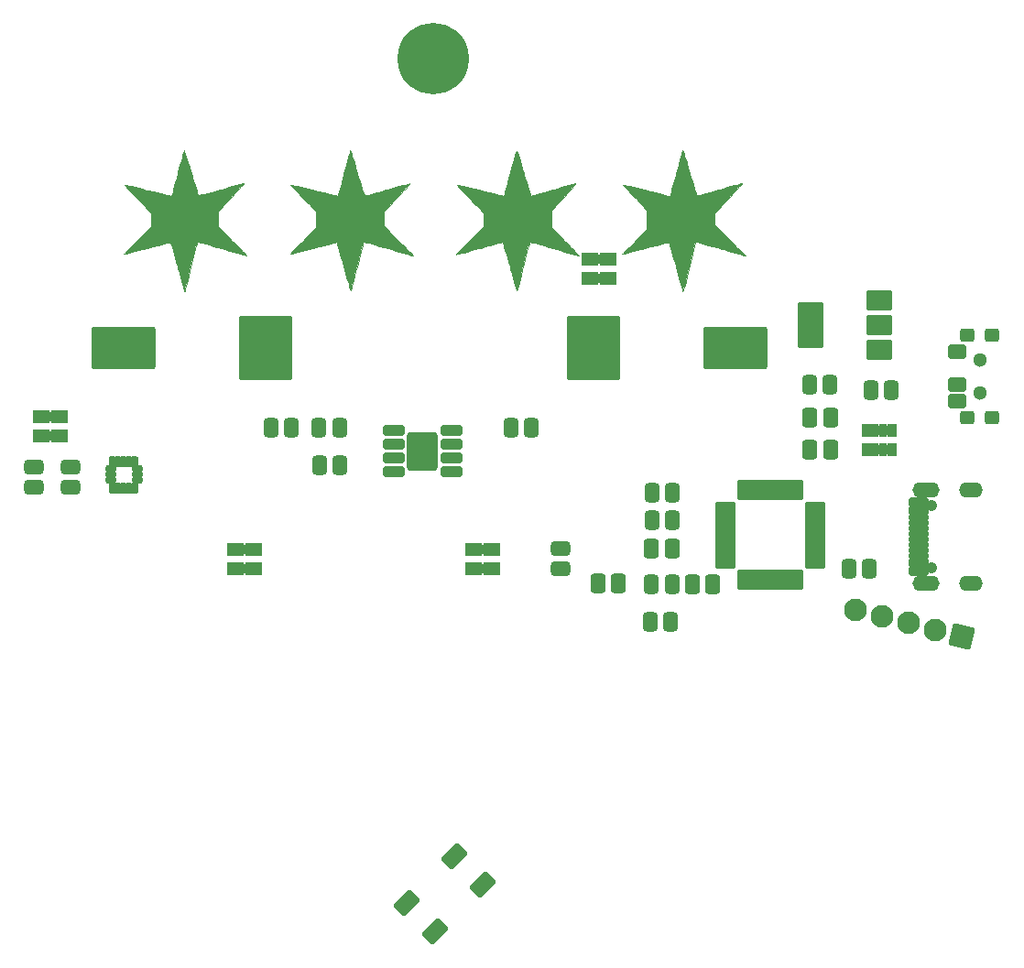
<source format=gbr>
G04 #@! TF.GenerationSoftware,KiCad,Pcbnew,(5.99.0-8823-g4657ca5d4f)*
G04 #@! TF.CreationDate,2021-02-07T20:13:52-06:00*
G04 #@! TF.ProjectId,BlueTeamCon,426c7565-5465-4616-9d43-6f6e2e6b6963,rev?*
G04 #@! TF.SameCoordinates,Original*
G04 #@! TF.FileFunction,Soldermask,Bot*
G04 #@! TF.FilePolarity,Negative*
%FSLAX46Y46*%
G04 Gerber Fmt 4.6, Leading zero omitted, Abs format (unit mm)*
G04 Created by KiCad (PCBNEW (5.99.0-8823-g4657ca5d4f)) date 2021-02-07 20:13:52*
%MOMM*%
%LPD*%
G01*
G04 APERTURE LIST*
G04 Aperture macros list*
%AMRoundRect*
0 Rectangle with rounded corners*
0 $1 Rounding radius*
0 $2 $3 $4 $5 $6 $7 $8 $9 X,Y pos of 4 corners*
0 Add a 4 corners polygon primitive as box body*
4,1,4,$2,$3,$4,$5,$6,$7,$8,$9,$2,$3,0*
0 Add four circle primitives for the rounded corners*
1,1,$1+$1,$2,$3*
1,1,$1+$1,$4,$5*
1,1,$1+$1,$6,$7*
1,1,$1+$1,$8,$9*
0 Add four rect primitives between the rounded corners*
20,1,$1+$1,$2,$3,$4,$5,0*
20,1,$1+$1,$4,$5,$6,$7,0*
20,1,$1+$1,$6,$7,$8,$9,0*
20,1,$1+$1,$8,$9,$2,$3,0*%
%AMHorizOval*
0 Thick line with rounded ends*
0 $1 width*
0 $2 $3 position (X,Y) of the first rounded end (center of the circle)*
0 $4 $5 position (X,Y) of the second rounded end (center of the circle)*
0 Add line between two ends*
20,1,$1,$2,$3,$4,$5,0*
0 Add two circle primitives to create the rounded ends*
1,1,$1,$2,$3*
1,1,$1,$4,$5*%
G04 Aperture macros list end*
%ADD10C,0.010000*%
%ADD11RoundRect,0.200000X2.250000X2.750000X-2.250000X2.750000X-2.250000X-2.750000X2.250000X-2.750000X0*%
%ADD12RoundRect,0.200000X2.750000X1.750000X-2.750000X1.750000X-2.750000X-1.750000X2.750000X-1.750000X0*%
%ADD13RoundRect,0.200000X0.250000X-0.400000X0.250000X0.400000X-0.250000X0.400000X-0.250000X-0.400000X0*%
%ADD14RoundRect,0.200000X0.200000X-0.400000X0.200000X0.400000X-0.200000X0.400000X-0.200000X-0.400000X0*%
%ADD15RoundRect,0.200000X-0.250000X0.400000X-0.250000X-0.400000X0.250000X-0.400000X0.250000X0.400000X0*%
%ADD16RoundRect,0.200000X-0.200000X0.400000X-0.200000X-0.400000X0.200000X-0.400000X0.200000X0.400000X0*%
%ADD17RoundRect,0.347561X0.364939X0.552439X-0.364939X0.552439X-0.364939X-0.552439X0.364939X-0.552439X0*%
%ADD18RoundRect,0.350000X-0.350000X-0.575000X0.350000X-0.575000X0.350000X0.575000X-0.350000X0.575000X0*%
%ADD19RoundRect,0.350000X0.350000X0.575000X-0.350000X0.575000X-0.350000X-0.575000X0.350000X-0.575000X0*%
%ADD20C,6.600000*%
%ADD21RoundRect,0.343750X-0.343750X-0.556250X0.343750X-0.556250X0.343750X0.556250X-0.343750X0.556250X0*%
%ADD22RoundRect,0.343750X0.343750X0.556250X-0.343750X0.556250X-0.343750X-0.556250X0.343750X-0.556250X0*%
%ADD23RoundRect,0.343750X-0.556250X0.343750X-0.556250X-0.343750X0.556250X-0.343750X0.556250X0.343750X0*%
%ADD24RoundRect,0.200000X0.619118X-1.030385X1.030385X0.619118X-0.619118X1.030385X-1.030385X-0.619118X0*%
%ADD25HorizOval,2.100000X0.000000X0.000000X0.000000X0.000000X0*%
%ADD26RoundRect,0.250000X-0.750000X-0.250000X0.750000X-0.250000X0.750000X0.250000X-0.750000X0.250000X0*%
%ADD27RoundRect,0.291668X-1.108332X-1.508332X1.108332X-1.508332X1.108332X1.508332X-1.108332X1.508332X0*%
%ADD28RoundRect,0.200000X1.000000X0.750000X-1.000000X0.750000X-1.000000X-0.750000X1.000000X-0.750000X0*%
%ADD29RoundRect,0.200000X1.000000X1.900000X-1.000000X1.900000X-1.000000X-1.900000X1.000000X-1.900000X0*%
%ADD30RoundRect,0.200000X-0.600000X-1.300000X0.600000X-1.300000X0.600000X1.300000X-0.600000X1.300000X0*%
%ADD31C,3.500000*%
%ADD32RoundRect,0.200000X-0.247487X-1.025305X1.025305X0.247487X0.247487X1.025305X-1.025305X-0.247487X0*%
%ADD33C,1.300000*%
%ADD34RoundRect,0.200000X0.625000X-0.450000X0.625000X0.450000X-0.625000X0.450000X-0.625000X-0.450000X0*%
%ADD35RoundRect,0.200000X0.450000X-0.400000X0.450000X0.400000X-0.450000X0.400000X-0.450000X-0.400000X0*%
%ADD36C,1.050000*%
%ADD37RoundRect,0.200000X-0.700000X0.125000X-0.700000X-0.125000X0.700000X-0.125000X0.700000X0.125000X0*%
%ADD38O,2.500000X1.400000*%
%ADD39O,2.200000X1.400000*%
%ADD40RoundRect,0.187500X-0.187500X0.287500X-0.187500X-0.287500X0.187500X-0.287500X0.187500X0.287500X0*%
%ADD41RoundRect,0.187500X-0.287500X0.187500X-0.287500X-0.187500X0.287500X-0.187500X0.287500X0.187500X0*%
%ADD42RoundRect,0.343750X0.556250X-0.343750X0.556250X0.343750X-0.556250X0.343750X-0.556250X-0.343750X0*%
%ADD43RoundRect,0.175000X-0.762500X-0.175000X0.762500X-0.175000X0.762500X0.175000X-0.762500X0.175000X0*%
%ADD44RoundRect,0.175000X-0.175000X-0.762500X0.175000X-0.762500X0.175000X0.762500X-0.175000X0.762500X0*%
G04 APERTURE END LIST*
D10*
X119212683Y-65860867D02*
X119251881Y-65963261D01*
X119251881Y-65963261D02*
X119310401Y-66132802D01*
X119310401Y-66132802D02*
X119385972Y-66362448D01*
X119385972Y-66362448D02*
X119476323Y-66645155D01*
X119476323Y-66645155D02*
X119579182Y-66973882D01*
X119579182Y-66973882D02*
X119692279Y-67341585D01*
X119692279Y-67341585D02*
X119813341Y-67741221D01*
X119813341Y-67741221D02*
X119850388Y-67864665D01*
X119850388Y-67864665D02*
X119971937Y-68269125D01*
X119971937Y-68269125D02*
X120086942Y-68649096D01*
X120086942Y-68649096D02*
X120193003Y-68996835D01*
X120193003Y-68996835D02*
X120287719Y-69304599D01*
X120287719Y-69304599D02*
X120368691Y-69564644D01*
X120368691Y-69564644D02*
X120433517Y-69769227D01*
X120433517Y-69769227D02*
X120479797Y-69910603D01*
X120479797Y-69910603D02*
X120505130Y-69981029D01*
X120505130Y-69981029D02*
X120508412Y-69987306D01*
X120508412Y-69987306D02*
X120554373Y-69983004D01*
X120554373Y-69983004D02*
X120673935Y-69957528D01*
X120673935Y-69957528D02*
X120859274Y-69912908D01*
X120859274Y-69912908D02*
X121102565Y-69851171D01*
X121102565Y-69851171D02*
X121395984Y-69774344D01*
X121395984Y-69774344D02*
X121731706Y-69684456D01*
X121731706Y-69684456D02*
X122101906Y-69583534D01*
X122101906Y-69583534D02*
X122498760Y-69473606D01*
X122498760Y-69473606D02*
X122601935Y-69444755D01*
X122601935Y-69444755D02*
X123004490Y-69332420D01*
X123004490Y-69332420D02*
X123382432Y-69227819D01*
X123382432Y-69227819D02*
X123727916Y-69133063D01*
X123727916Y-69133063D02*
X124033099Y-69050262D01*
X124033099Y-69050262D02*
X124290133Y-68981526D01*
X124290133Y-68981526D02*
X124491176Y-68928967D01*
X124491176Y-68928967D02*
X124628381Y-68894695D01*
X124628381Y-68894695D02*
X124693903Y-68880821D01*
X124693903Y-68880821D02*
X124698151Y-68880782D01*
X124698151Y-68880782D02*
X124677030Y-68913373D01*
X124677030Y-68913373D02*
X124603281Y-69002101D01*
X124603281Y-69002101D02*
X124482065Y-69141222D01*
X124482065Y-69141222D02*
X124318542Y-69324993D01*
X124318542Y-69324993D02*
X124117872Y-69547671D01*
X124117872Y-69547671D02*
X123885216Y-69803513D01*
X123885216Y-69803513D02*
X123625733Y-70086776D01*
X123625733Y-70086776D02*
X123344585Y-70391718D01*
X123344585Y-70391718D02*
X123208260Y-70538921D01*
X123208260Y-70538921D02*
X121682909Y-72183676D01*
X121682909Y-72183676D02*
X123348674Y-73849841D01*
X123348674Y-73849841D02*
X123657826Y-74159847D01*
X123657826Y-74159847D02*
X123947575Y-74451905D01*
X123947575Y-74451905D02*
X124212619Y-74720571D01*
X124212619Y-74720571D02*
X124447661Y-74960401D01*
X124447661Y-74960401D02*
X124647400Y-75165948D01*
X124647400Y-75165948D02*
X124806538Y-75331770D01*
X124806538Y-75331770D02*
X124919774Y-75452421D01*
X124919774Y-75452421D02*
X124981810Y-75522456D01*
X124981810Y-75522456D02*
X124992101Y-75538343D01*
X124992101Y-75538343D02*
X124948462Y-75530994D01*
X124948462Y-75530994D02*
X124830990Y-75501800D01*
X124830990Y-75501800D02*
X124647075Y-75452821D01*
X124647075Y-75452821D02*
X124404104Y-75386119D01*
X124404104Y-75386119D02*
X124109468Y-75303753D01*
X124109468Y-75303753D02*
X123770555Y-75207783D01*
X123770555Y-75207783D02*
X123394755Y-75100270D01*
X123394755Y-75100270D02*
X122989456Y-74983273D01*
X122989456Y-74983273D02*
X122712361Y-74902727D01*
X122712361Y-74902727D02*
X122291563Y-74780829D01*
X122291563Y-74780829D02*
X121895188Y-74667457D01*
X121895188Y-74667457D02*
X121530656Y-74564634D01*
X121530656Y-74564634D02*
X121205386Y-74474383D01*
X121205386Y-74474383D02*
X120926798Y-74398728D01*
X120926798Y-74398728D02*
X120702311Y-74339693D01*
X120702311Y-74339693D02*
X120539344Y-74299301D01*
X120539344Y-74299301D02*
X120445316Y-74279576D01*
X120445316Y-74279576D02*
X120424674Y-74278804D01*
X120424674Y-74278804D02*
X120409037Y-74325176D01*
X120409037Y-74325176D02*
X120375066Y-74446167D01*
X120375066Y-74446167D02*
X120324722Y-74634196D01*
X120324722Y-74634196D02*
X120259965Y-74881685D01*
X120259965Y-74881685D02*
X120182753Y-75181052D01*
X120182753Y-75181052D02*
X120095048Y-75524718D01*
X120095048Y-75524718D02*
X119998810Y-75905104D01*
X119998810Y-75905104D02*
X119895997Y-76314628D01*
X119895997Y-76314628D02*
X119832989Y-76567083D01*
X119832989Y-76567083D02*
X119727624Y-76988941D01*
X119727624Y-76988941D02*
X119628083Y-77385105D01*
X119628083Y-77385105D02*
X119536275Y-77748148D01*
X119536275Y-77748148D02*
X119454107Y-78070641D01*
X119454107Y-78070641D02*
X119383484Y-78345156D01*
X119383484Y-78345156D02*
X119326314Y-78564263D01*
X119326314Y-78564263D02*
X119284504Y-78720536D01*
X119284504Y-78720536D02*
X119259962Y-78806544D01*
X119259962Y-78806544D02*
X119254299Y-78821333D01*
X119254299Y-78821333D02*
X119226966Y-78788499D01*
X119226966Y-78788499D02*
X119218727Y-78768417D01*
X119218727Y-78768417D02*
X119204169Y-78718650D01*
X119204169Y-78718650D02*
X119169028Y-78595008D01*
X119169028Y-78595008D02*
X119115460Y-78405174D01*
X119115460Y-78405174D02*
X119045622Y-78156830D01*
X119045622Y-78156830D02*
X118961672Y-77857655D01*
X118961672Y-77857655D02*
X118865764Y-77515334D01*
X118865764Y-77515334D02*
X118760056Y-77137545D01*
X118760056Y-77137545D02*
X118646704Y-76731973D01*
X118646704Y-76731973D02*
X118587566Y-76520205D01*
X118587566Y-76520205D02*
X118471252Y-76104655D01*
X118471252Y-76104655D02*
X118361313Y-75713965D01*
X118361313Y-75713965D02*
X118259913Y-75355684D01*
X118259913Y-75355684D02*
X118169218Y-75037360D01*
X118169218Y-75037360D02*
X118091390Y-74766544D01*
X118091390Y-74766544D02*
X118028596Y-74550786D01*
X118028596Y-74550786D02*
X117982998Y-74397635D01*
X117982998Y-74397635D02*
X117956763Y-74314640D01*
X117956763Y-74314640D02*
X117951519Y-74301742D01*
X117951519Y-74301742D02*
X117907403Y-74308020D01*
X117907403Y-74308020D02*
X117789306Y-74334666D01*
X117789306Y-74334666D02*
X117604914Y-74379708D01*
X117604914Y-74379708D02*
X117361910Y-74441171D01*
X117361910Y-74441171D02*
X117067980Y-74517081D01*
X117067980Y-74517081D02*
X116730810Y-74605467D01*
X116730810Y-74605467D02*
X116358083Y-74704353D01*
X116358083Y-74704353D02*
X115957484Y-74811766D01*
X115957484Y-74811766D02*
X115801406Y-74853906D01*
X115801406Y-74853906D02*
X115392481Y-74964083D01*
X115392481Y-74964083D02*
X115008697Y-75066643D01*
X115008697Y-75066643D02*
X114657718Y-75159595D01*
X114657718Y-75159595D02*
X114347209Y-75240951D01*
X114347209Y-75240951D02*
X114084833Y-75308722D01*
X114084833Y-75308722D02*
X113878255Y-75360917D01*
X113878255Y-75360917D02*
X113735138Y-75395547D01*
X113735138Y-75395547D02*
X113663146Y-75410623D01*
X113663146Y-75410623D02*
X113656044Y-75410821D01*
X113656044Y-75410821D02*
X113681417Y-75378176D01*
X113681417Y-75378176D02*
X113761137Y-75291239D01*
X113761137Y-75291239D02*
X113889739Y-75155646D01*
X113889739Y-75155646D02*
X114061760Y-74977031D01*
X114061760Y-74977031D02*
X114271736Y-74761029D01*
X114271736Y-74761029D02*
X114514203Y-74513275D01*
X114514203Y-74513275D02*
X114783696Y-74239403D01*
X114783696Y-74239403D02*
X115074752Y-73945048D01*
X115074752Y-73945048D02*
X115193207Y-73825633D01*
X115193207Y-73825633D02*
X115491531Y-73524205D01*
X115491531Y-73524205D02*
X115770545Y-73240429D01*
X115770545Y-73240429D02*
X116024758Y-72980023D01*
X116024758Y-72980023D02*
X116248674Y-72748703D01*
X116248674Y-72748703D02*
X116436800Y-72552186D01*
X116436800Y-72552186D02*
X116583643Y-72396189D01*
X116583643Y-72396189D02*
X116683710Y-72286427D01*
X116683710Y-72286427D02*
X116731506Y-72228618D01*
X116731506Y-72228618D02*
X116734810Y-72221433D01*
X116734810Y-72221433D02*
X116703553Y-72184564D01*
X116703553Y-72184564D02*
X116619006Y-72092651D01*
X116619006Y-72092651D02*
X116486713Y-71951532D01*
X116486713Y-71951532D02*
X116312220Y-71767047D01*
X116312220Y-71767047D02*
X116101070Y-71545035D01*
X116101070Y-71545035D02*
X115858810Y-71291336D01*
X115858810Y-71291336D02*
X115590983Y-71011789D01*
X115590983Y-71011789D02*
X115303135Y-70712234D01*
X115303135Y-70712234D02*
X115199962Y-70605070D01*
X115199962Y-70605070D02*
X114908264Y-70301232D01*
X114908264Y-70301232D02*
X114636414Y-70016124D01*
X114636414Y-70016124D02*
X114389722Y-69755448D01*
X114389722Y-69755448D02*
X114173495Y-69524908D01*
X114173495Y-69524908D02*
X113993042Y-69330208D01*
X113993042Y-69330208D02*
X113853671Y-69177050D01*
X113853671Y-69177050D02*
X113760692Y-69071139D01*
X113760692Y-69071139D02*
X113719412Y-69018178D01*
X113719412Y-69018178D02*
X113718296Y-69013148D01*
X113718296Y-69013148D02*
X113765795Y-69020565D01*
X113765795Y-69020565D02*
X113887609Y-69046703D01*
X113887609Y-69046703D02*
X114075926Y-69089705D01*
X114075926Y-69089705D02*
X114322933Y-69147715D01*
X114322933Y-69147715D02*
X114620819Y-69218874D01*
X114620819Y-69218874D02*
X114961770Y-69301324D01*
X114961770Y-69301324D02*
X115337974Y-69393210D01*
X115337974Y-69393210D02*
X115741620Y-69492673D01*
X115741620Y-69492673D02*
X115892419Y-69530044D01*
X115892419Y-69530044D02*
X116303486Y-69631337D01*
X116303486Y-69631337D02*
X116689555Y-69725050D01*
X116689555Y-69725050D02*
X117042879Y-69809403D01*
X117042879Y-69809403D02*
X117355705Y-69882612D01*
X117355705Y-69882612D02*
X117620286Y-69942894D01*
X117620286Y-69942894D02*
X117828870Y-69988467D01*
X117828870Y-69988467D02*
X117973709Y-70017548D01*
X117973709Y-70017548D02*
X118047052Y-70028356D01*
X118047052Y-70028356D02*
X118054505Y-70027381D01*
X118054505Y-70027381D02*
X118070325Y-69981207D01*
X118070325Y-69981207D02*
X118105433Y-69861034D01*
X118105433Y-69861034D02*
X118157670Y-69674771D01*
X118157670Y-69674771D02*
X118224881Y-69430326D01*
X118224881Y-69430326D02*
X118304908Y-69135607D01*
X118304908Y-69135607D02*
X118395595Y-68798522D01*
X118395595Y-68798522D02*
X118494785Y-68426978D01*
X118494785Y-68426978D02*
X118600322Y-68028884D01*
X118600322Y-68028884D02*
X118623348Y-67941667D01*
X118623348Y-67941667D02*
X118730138Y-67538020D01*
X118730138Y-67538020D02*
X118831128Y-67158469D01*
X118831128Y-67158469D02*
X118924141Y-66811039D01*
X118924141Y-66811039D02*
X119007003Y-66503755D01*
X119007003Y-66503755D02*
X119077537Y-66244645D01*
X119077537Y-66244645D02*
X119133568Y-66041732D01*
X119133568Y-66041732D02*
X119172921Y-65903043D01*
X119172921Y-65903043D02*
X119193419Y-65836603D01*
X119193419Y-65836603D02*
X119195079Y-65832665D01*
X119195079Y-65832665D02*
X119212683Y-65860867D01*
X119212683Y-65860867D02*
X119212683Y-65860867D01*
G36*
X119212683Y-65860867D02*
G01*
X119251881Y-65963261D01*
X119310401Y-66132802D01*
X119385972Y-66362448D01*
X119476323Y-66645155D01*
X119579182Y-66973882D01*
X119692279Y-67341585D01*
X119813341Y-67741221D01*
X119850388Y-67864665D01*
X119971937Y-68269125D01*
X120086942Y-68649096D01*
X120193003Y-68996835D01*
X120287719Y-69304599D01*
X120368691Y-69564644D01*
X120433517Y-69769227D01*
X120479797Y-69910603D01*
X120505130Y-69981029D01*
X120508412Y-69987306D01*
X120554373Y-69983004D01*
X120673935Y-69957528D01*
X120859274Y-69912908D01*
X121102565Y-69851171D01*
X121395984Y-69774344D01*
X121731706Y-69684456D01*
X122101906Y-69583534D01*
X122498760Y-69473606D01*
X122601935Y-69444755D01*
X123004490Y-69332420D01*
X123382432Y-69227819D01*
X123727916Y-69133063D01*
X124033099Y-69050262D01*
X124290133Y-68981526D01*
X124491176Y-68928967D01*
X124628381Y-68894695D01*
X124693903Y-68880821D01*
X124698151Y-68880782D01*
X124677030Y-68913373D01*
X124603281Y-69002101D01*
X124482065Y-69141222D01*
X124318542Y-69324993D01*
X124117872Y-69547671D01*
X123885216Y-69803513D01*
X123625733Y-70086776D01*
X123344585Y-70391718D01*
X123208260Y-70538921D01*
X121682909Y-72183676D01*
X123348674Y-73849841D01*
X123657826Y-74159847D01*
X123947575Y-74451905D01*
X124212619Y-74720571D01*
X124447661Y-74960401D01*
X124647400Y-75165948D01*
X124806538Y-75331770D01*
X124919774Y-75452421D01*
X124981810Y-75522456D01*
X124992101Y-75538343D01*
X124948462Y-75530994D01*
X124830990Y-75501800D01*
X124647075Y-75452821D01*
X124404104Y-75386119D01*
X124109468Y-75303753D01*
X123770555Y-75207783D01*
X123394755Y-75100270D01*
X122989456Y-74983273D01*
X122712361Y-74902727D01*
X122291563Y-74780829D01*
X121895188Y-74667457D01*
X121530656Y-74564634D01*
X121205386Y-74474383D01*
X120926798Y-74398728D01*
X120702311Y-74339693D01*
X120539344Y-74299301D01*
X120445316Y-74279576D01*
X120424674Y-74278804D01*
X120409037Y-74325176D01*
X120375066Y-74446167D01*
X120324722Y-74634196D01*
X120259965Y-74881685D01*
X120182753Y-75181052D01*
X120095048Y-75524718D01*
X119998810Y-75905104D01*
X119895997Y-76314628D01*
X119832989Y-76567083D01*
X119727624Y-76988941D01*
X119628083Y-77385105D01*
X119536275Y-77748148D01*
X119454107Y-78070641D01*
X119383484Y-78345156D01*
X119326314Y-78564263D01*
X119284504Y-78720536D01*
X119259962Y-78806544D01*
X119254299Y-78821333D01*
X119226966Y-78788499D01*
X119218727Y-78768417D01*
X119204169Y-78718650D01*
X119169028Y-78595008D01*
X119115460Y-78405174D01*
X119045622Y-78156830D01*
X118961672Y-77857655D01*
X118865764Y-77515334D01*
X118760056Y-77137545D01*
X118646704Y-76731973D01*
X118587566Y-76520205D01*
X118471252Y-76104655D01*
X118361313Y-75713965D01*
X118259913Y-75355684D01*
X118169218Y-75037360D01*
X118091390Y-74766544D01*
X118028596Y-74550786D01*
X117982998Y-74397635D01*
X117956763Y-74314640D01*
X117951519Y-74301742D01*
X117907403Y-74308020D01*
X117789306Y-74334666D01*
X117604914Y-74379708D01*
X117361910Y-74441171D01*
X117067980Y-74517081D01*
X116730810Y-74605467D01*
X116358083Y-74704353D01*
X115957484Y-74811766D01*
X115801406Y-74853906D01*
X115392481Y-74964083D01*
X115008697Y-75066643D01*
X114657718Y-75159595D01*
X114347209Y-75240951D01*
X114084833Y-75308722D01*
X113878255Y-75360917D01*
X113735138Y-75395547D01*
X113663146Y-75410623D01*
X113656044Y-75410821D01*
X113681417Y-75378176D01*
X113761137Y-75291239D01*
X113889739Y-75155646D01*
X114061760Y-74977031D01*
X114271736Y-74761029D01*
X114514203Y-74513275D01*
X114783696Y-74239403D01*
X115074752Y-73945048D01*
X115193207Y-73825633D01*
X115491531Y-73524205D01*
X115770545Y-73240429D01*
X116024758Y-72980023D01*
X116248674Y-72748703D01*
X116436800Y-72552186D01*
X116583643Y-72396189D01*
X116683710Y-72286427D01*
X116731506Y-72228618D01*
X116734810Y-72221433D01*
X116703553Y-72184564D01*
X116619006Y-72092651D01*
X116486713Y-71951532D01*
X116312220Y-71767047D01*
X116101070Y-71545035D01*
X115858810Y-71291336D01*
X115590983Y-71011789D01*
X115303135Y-70712234D01*
X115199962Y-70605070D01*
X114908264Y-70301232D01*
X114636414Y-70016124D01*
X114389722Y-69755448D01*
X114173495Y-69524908D01*
X113993042Y-69330208D01*
X113853671Y-69177050D01*
X113760692Y-69071139D01*
X113719412Y-69018178D01*
X113718296Y-69013148D01*
X113765795Y-69020565D01*
X113887609Y-69046703D01*
X114075926Y-69089705D01*
X114322933Y-69147715D01*
X114620819Y-69218874D01*
X114961770Y-69301324D01*
X115337974Y-69393210D01*
X115741620Y-69492673D01*
X115892419Y-69530044D01*
X116303486Y-69631337D01*
X116689555Y-69725050D01*
X117042879Y-69809403D01*
X117355705Y-69882612D01*
X117620286Y-69942894D01*
X117828870Y-69988467D01*
X117973709Y-70017548D01*
X118047052Y-70028356D01*
X118054505Y-70027381D01*
X118070325Y-69981207D01*
X118105433Y-69861034D01*
X118157670Y-69674771D01*
X118224881Y-69430326D01*
X118304908Y-69135607D01*
X118395595Y-68798522D01*
X118494785Y-68426978D01*
X118600322Y-68028884D01*
X118623348Y-67941667D01*
X118730138Y-67538020D01*
X118831128Y-67158469D01*
X118924141Y-66811039D01*
X119007003Y-66503755D01*
X119077537Y-66244645D01*
X119133568Y-66041732D01*
X119172921Y-65903043D01*
X119193419Y-65836603D01*
X119195079Y-65832665D01*
X119212683Y-65860867D01*
G37*
X119212683Y-65860867D02*
X119251881Y-65963261D01*
X119310401Y-66132802D01*
X119385972Y-66362448D01*
X119476323Y-66645155D01*
X119579182Y-66973882D01*
X119692279Y-67341585D01*
X119813341Y-67741221D01*
X119850388Y-67864665D01*
X119971937Y-68269125D01*
X120086942Y-68649096D01*
X120193003Y-68996835D01*
X120287719Y-69304599D01*
X120368691Y-69564644D01*
X120433517Y-69769227D01*
X120479797Y-69910603D01*
X120505130Y-69981029D01*
X120508412Y-69987306D01*
X120554373Y-69983004D01*
X120673935Y-69957528D01*
X120859274Y-69912908D01*
X121102565Y-69851171D01*
X121395984Y-69774344D01*
X121731706Y-69684456D01*
X122101906Y-69583534D01*
X122498760Y-69473606D01*
X122601935Y-69444755D01*
X123004490Y-69332420D01*
X123382432Y-69227819D01*
X123727916Y-69133063D01*
X124033099Y-69050262D01*
X124290133Y-68981526D01*
X124491176Y-68928967D01*
X124628381Y-68894695D01*
X124693903Y-68880821D01*
X124698151Y-68880782D01*
X124677030Y-68913373D01*
X124603281Y-69002101D01*
X124482065Y-69141222D01*
X124318542Y-69324993D01*
X124117872Y-69547671D01*
X123885216Y-69803513D01*
X123625733Y-70086776D01*
X123344585Y-70391718D01*
X123208260Y-70538921D01*
X121682909Y-72183676D01*
X123348674Y-73849841D01*
X123657826Y-74159847D01*
X123947575Y-74451905D01*
X124212619Y-74720571D01*
X124447661Y-74960401D01*
X124647400Y-75165948D01*
X124806538Y-75331770D01*
X124919774Y-75452421D01*
X124981810Y-75522456D01*
X124992101Y-75538343D01*
X124948462Y-75530994D01*
X124830990Y-75501800D01*
X124647075Y-75452821D01*
X124404104Y-75386119D01*
X124109468Y-75303753D01*
X123770555Y-75207783D01*
X123394755Y-75100270D01*
X122989456Y-74983273D01*
X122712361Y-74902727D01*
X122291563Y-74780829D01*
X121895188Y-74667457D01*
X121530656Y-74564634D01*
X121205386Y-74474383D01*
X120926798Y-74398728D01*
X120702311Y-74339693D01*
X120539344Y-74299301D01*
X120445316Y-74279576D01*
X120424674Y-74278804D01*
X120409037Y-74325176D01*
X120375066Y-74446167D01*
X120324722Y-74634196D01*
X120259965Y-74881685D01*
X120182753Y-75181052D01*
X120095048Y-75524718D01*
X119998810Y-75905104D01*
X119895997Y-76314628D01*
X119832989Y-76567083D01*
X119727624Y-76988941D01*
X119628083Y-77385105D01*
X119536275Y-77748148D01*
X119454107Y-78070641D01*
X119383484Y-78345156D01*
X119326314Y-78564263D01*
X119284504Y-78720536D01*
X119259962Y-78806544D01*
X119254299Y-78821333D01*
X119226966Y-78788499D01*
X119218727Y-78768417D01*
X119204169Y-78718650D01*
X119169028Y-78595008D01*
X119115460Y-78405174D01*
X119045622Y-78156830D01*
X118961672Y-77857655D01*
X118865764Y-77515334D01*
X118760056Y-77137545D01*
X118646704Y-76731973D01*
X118587566Y-76520205D01*
X118471252Y-76104655D01*
X118361313Y-75713965D01*
X118259913Y-75355684D01*
X118169218Y-75037360D01*
X118091390Y-74766544D01*
X118028596Y-74550786D01*
X117982998Y-74397635D01*
X117956763Y-74314640D01*
X117951519Y-74301742D01*
X117907403Y-74308020D01*
X117789306Y-74334666D01*
X117604914Y-74379708D01*
X117361910Y-74441171D01*
X117067980Y-74517081D01*
X116730810Y-74605467D01*
X116358083Y-74704353D01*
X115957484Y-74811766D01*
X115801406Y-74853906D01*
X115392481Y-74964083D01*
X115008697Y-75066643D01*
X114657718Y-75159595D01*
X114347209Y-75240951D01*
X114084833Y-75308722D01*
X113878255Y-75360917D01*
X113735138Y-75395547D01*
X113663146Y-75410623D01*
X113656044Y-75410821D01*
X113681417Y-75378176D01*
X113761137Y-75291239D01*
X113889739Y-75155646D01*
X114061760Y-74977031D01*
X114271736Y-74761029D01*
X114514203Y-74513275D01*
X114783696Y-74239403D01*
X115074752Y-73945048D01*
X115193207Y-73825633D01*
X115491531Y-73524205D01*
X115770545Y-73240429D01*
X116024758Y-72980023D01*
X116248674Y-72748703D01*
X116436800Y-72552186D01*
X116583643Y-72396189D01*
X116683710Y-72286427D01*
X116731506Y-72228618D01*
X116734810Y-72221433D01*
X116703553Y-72184564D01*
X116619006Y-72092651D01*
X116486713Y-71951532D01*
X116312220Y-71767047D01*
X116101070Y-71545035D01*
X115858810Y-71291336D01*
X115590983Y-71011789D01*
X115303135Y-70712234D01*
X115199962Y-70605070D01*
X114908264Y-70301232D01*
X114636414Y-70016124D01*
X114389722Y-69755448D01*
X114173495Y-69524908D01*
X113993042Y-69330208D01*
X113853671Y-69177050D01*
X113760692Y-69071139D01*
X113719412Y-69018178D01*
X113718296Y-69013148D01*
X113765795Y-69020565D01*
X113887609Y-69046703D01*
X114075926Y-69089705D01*
X114322933Y-69147715D01*
X114620819Y-69218874D01*
X114961770Y-69301324D01*
X115337974Y-69393210D01*
X115741620Y-69492673D01*
X115892419Y-69530044D01*
X116303486Y-69631337D01*
X116689555Y-69725050D01*
X117042879Y-69809403D01*
X117355705Y-69882612D01*
X117620286Y-69942894D01*
X117828870Y-69988467D01*
X117973709Y-70017548D01*
X118047052Y-70028356D01*
X118054505Y-70027381D01*
X118070325Y-69981207D01*
X118105433Y-69861034D01*
X118157670Y-69674771D01*
X118224881Y-69430326D01*
X118304908Y-69135607D01*
X118395595Y-68798522D01*
X118494785Y-68426978D01*
X118600322Y-68028884D01*
X118623348Y-67941667D01*
X118730138Y-67538020D01*
X118831128Y-67158469D01*
X118924141Y-66811039D01*
X119007003Y-66503755D01*
X119077537Y-66244645D01*
X119133568Y-66041732D01*
X119172921Y-65903043D01*
X119193419Y-65836603D01*
X119195079Y-65832665D01*
X119212683Y-65860867D01*
X149960917Y-65862962D02*
X149962845Y-65867333D01*
X149962845Y-65867333D02*
X149982773Y-65927941D01*
X149982773Y-65927941D02*
X150024409Y-66061441D01*
X150024409Y-66061441D02*
X150085251Y-66259593D01*
X150085251Y-66259593D02*
X150162797Y-66514156D01*
X150162797Y-66514156D02*
X150254545Y-66816892D01*
X150254545Y-66816892D02*
X150357993Y-67159561D01*
X150357993Y-67159561D02*
X150470639Y-67533922D01*
X150470639Y-67533922D02*
X150589981Y-67931736D01*
X150589981Y-67931736D02*
X150608803Y-67994583D01*
X150608803Y-67994583D02*
X150728168Y-68391080D01*
X150728168Y-68391080D02*
X150841038Y-68761832D01*
X150841038Y-68761832D02*
X150944980Y-69099138D01*
X150944980Y-69099138D02*
X151037560Y-69395296D01*
X151037560Y-69395296D02*
X151116346Y-69642603D01*
X151116346Y-69642603D02*
X151178904Y-69833358D01*
X151178904Y-69833358D02*
X151222801Y-69959859D01*
X151222801Y-69959859D02*
X151245603Y-70014403D01*
X151245603Y-70014403D02*
X151247411Y-70016000D01*
X151247411Y-70016000D02*
X151293554Y-70004889D01*
X151293554Y-70004889D02*
X151413319Y-69973007D01*
X151413319Y-69973007D02*
X151598830Y-69922526D01*
X151598830Y-69922526D02*
X151842209Y-69855622D01*
X151842209Y-69855622D02*
X152135581Y-69774468D01*
X152135581Y-69774468D02*
X152471069Y-69681238D01*
X152471069Y-69681238D02*
X152840797Y-69578106D01*
X152840797Y-69578106D02*
X153236888Y-69467246D01*
X153236888Y-69467246D02*
X153322330Y-69443285D01*
X153322330Y-69443285D02*
X153723153Y-69331328D01*
X153723153Y-69331328D02*
X154099518Y-69227140D01*
X154099518Y-69227140D02*
X154443516Y-69132845D01*
X154443516Y-69132845D02*
X154747239Y-69050567D01*
X154747239Y-69050567D02*
X155002777Y-68982428D01*
X155002777Y-68982428D02*
X155202223Y-68930553D01*
X155202223Y-68930553D02*
X155337667Y-68897065D01*
X155337667Y-68897065D02*
X155401200Y-68884087D01*
X155401200Y-68884087D02*
X155404647Y-68884160D01*
X155404647Y-68884160D02*
X155384550Y-68916793D01*
X155384550Y-68916793D02*
X155311805Y-69005577D01*
X155311805Y-69005577D02*
X155191543Y-69144773D01*
X155191543Y-69144773D02*
X155028894Y-69328645D01*
X155028894Y-69328645D02*
X154828990Y-69551455D01*
X154828990Y-69551455D02*
X154596960Y-69807468D01*
X154596960Y-69807468D02*
X154337937Y-70090944D01*
X154337937Y-70090944D02*
X154057051Y-70396148D01*
X154057051Y-70396148D02*
X153917561Y-70546958D01*
X153917561Y-70546958D02*
X152389706Y-72196167D01*
X152389706Y-72196167D02*
X154070936Y-73884008D01*
X154070936Y-73884008D02*
X154379178Y-74194563D01*
X154379178Y-74194563D02*
X154666234Y-74485918D01*
X154666234Y-74485918D02*
X154927093Y-74752839D01*
X154927093Y-74752839D02*
X155156744Y-74990095D01*
X155156744Y-74990095D02*
X155350178Y-75192452D01*
X155350178Y-75192452D02*
X155502381Y-75354679D01*
X155502381Y-75354679D02*
X155608344Y-75471542D01*
X155608344Y-75471542D02*
X155663056Y-75537809D01*
X155663056Y-75537809D02*
X155667500Y-75551172D01*
X155667500Y-75551172D02*
X155611794Y-75535697D01*
X155611794Y-75535697D02*
X155482561Y-75498755D01*
X155482561Y-75498755D02*
X155287551Y-75442593D01*
X155287551Y-75442593D02*
X155034514Y-75369455D01*
X155034514Y-75369455D02*
X154731203Y-75281585D01*
X154731203Y-75281585D02*
X154385368Y-75181227D01*
X154385368Y-75181227D02*
X154004761Y-75070626D01*
X154004761Y-75070626D02*
X153597131Y-74952027D01*
X153597131Y-74952027D02*
X153368367Y-74885408D01*
X153368367Y-74885408D02*
X152952234Y-74764517D01*
X152952234Y-74764517D02*
X152561157Y-74651545D01*
X152561157Y-74651545D02*
X152202556Y-74548593D01*
X152202556Y-74548593D02*
X151883850Y-74457759D01*
X151883850Y-74457759D02*
X151612460Y-74381142D01*
X151612460Y-74381142D02*
X151395804Y-74320843D01*
X151395804Y-74320843D02*
X151241301Y-74278961D01*
X151241301Y-74278961D02*
X151156372Y-74257595D01*
X151156372Y-74257595D02*
X151141929Y-74255411D01*
X151141929Y-74255411D02*
X151129724Y-74298142D01*
X151129724Y-74298142D02*
X151098980Y-74415527D01*
X151098980Y-74415527D02*
X151051600Y-74600055D01*
X151051600Y-74600055D02*
X150989484Y-74844219D01*
X150989484Y-74844219D02*
X150914534Y-75140509D01*
X150914534Y-75140509D02*
X150828651Y-75481415D01*
X150828651Y-75481415D02*
X150733738Y-75859429D01*
X150733738Y-75859429D02*
X150631695Y-76267042D01*
X150631695Y-76267042D02*
X150569966Y-76514167D01*
X150569966Y-76514167D02*
X150464233Y-76936191D01*
X150464233Y-76936191D02*
X150363930Y-77333454D01*
X150363930Y-77333454D02*
X150271025Y-77698372D01*
X150271025Y-77698372D02*
X150187484Y-78023360D01*
X150187484Y-78023360D02*
X150115277Y-78300834D01*
X150115277Y-78300834D02*
X150056371Y-78523209D01*
X150056371Y-78523209D02*
X150012734Y-78682901D01*
X150012734Y-78682901D02*
X149986333Y-78772327D01*
X149986333Y-78772327D02*
X149979740Y-78788963D01*
X149979740Y-78788963D02*
X149963085Y-78755280D01*
X149963085Y-78755280D02*
X149926056Y-78647179D01*
X149926056Y-78647179D02*
X149870793Y-78471862D01*
X149870793Y-78471862D02*
X149799434Y-78236529D01*
X149799434Y-78236529D02*
X149714120Y-77948382D01*
X149714120Y-77948382D02*
X149616989Y-77614622D01*
X149616989Y-77614622D02*
X149510181Y-77242450D01*
X149510181Y-77242450D02*
X149395835Y-76839068D01*
X149395835Y-76839068D02*
X149316338Y-76555880D01*
X149316338Y-76555880D02*
X149197751Y-76134482D01*
X149197751Y-76134482D02*
X149084888Y-75738563D01*
X149084888Y-75738563D02*
X148979938Y-75375459D01*
X148979938Y-75375459D02*
X148885092Y-75052505D01*
X148885092Y-75052505D02*
X148802538Y-74777037D01*
X148802538Y-74777037D02*
X148734468Y-74556390D01*
X148734468Y-74556390D02*
X148683069Y-74397899D01*
X148683069Y-74397899D02*
X148650532Y-74308901D01*
X148650532Y-74308901D02*
X148640501Y-74291791D01*
X148640501Y-74291791D02*
X148592503Y-74302557D01*
X148592503Y-74302557D02*
X148470604Y-74333424D01*
X148470604Y-74333424D02*
X148282615Y-74382324D01*
X148282615Y-74382324D02*
X148036345Y-74447189D01*
X148036345Y-74447189D02*
X147739608Y-74525950D01*
X147739608Y-74525950D02*
X147400212Y-74616538D01*
X147400212Y-74616538D02*
X147025970Y-74716886D01*
X147025970Y-74716886D02*
X146624692Y-74824924D01*
X146624692Y-74824924D02*
X146484240Y-74862837D01*
X146484240Y-74862837D02*
X146076877Y-74972626D01*
X146076877Y-74972626D02*
X145694943Y-75075083D01*
X145694943Y-75075083D02*
X145346092Y-75168186D01*
X145346092Y-75168186D02*
X145037979Y-75249918D01*
X145037979Y-75249918D02*
X144778259Y-75318256D01*
X144778259Y-75318256D02*
X144574585Y-75371183D01*
X144574585Y-75371183D02*
X144434612Y-75406677D01*
X144434612Y-75406677D02*
X144365995Y-75422718D01*
X144365995Y-75422718D02*
X144360247Y-75423358D01*
X144360247Y-75423358D02*
X144386995Y-75392079D01*
X144386995Y-75392079D02*
X144467686Y-75306046D01*
X144467686Y-75306046D02*
X144596894Y-75170869D01*
X144596894Y-75170869D02*
X144769190Y-74992154D01*
X144769190Y-74992154D02*
X144979147Y-74775510D01*
X144979147Y-74775510D02*
X145221336Y-74526543D01*
X145221336Y-74526543D02*
X145490329Y-74250864D01*
X145490329Y-74250864D02*
X145780700Y-73954078D01*
X145780700Y-73954078D02*
X145913399Y-73818697D01*
X145913399Y-73818697D02*
X147476951Y-72224436D01*
X147476951Y-72224436D02*
X146284823Y-70982635D01*
X146284823Y-70982635D02*
X146010044Y-70696582D01*
X146010044Y-70696582D02*
X145740011Y-70415798D01*
X145740011Y-70415798D02*
X145483448Y-70149331D01*
X145483448Y-70149331D02*
X145249079Y-69906229D01*
X145249079Y-69906229D02*
X145045628Y-69695540D01*
X145045628Y-69695540D02*
X144881818Y-69526311D01*
X144881818Y-69526311D02*
X144766374Y-69407590D01*
X144766374Y-69407590D02*
X144751992Y-69392883D01*
X144751992Y-69392883D02*
X144619738Y-69254034D01*
X144619738Y-69254034D02*
X144515555Y-69137354D01*
X144515555Y-69137354D02*
X144450344Y-69055574D01*
X144450344Y-69055574D02*
X144434328Y-69021894D01*
X144434328Y-69021894D02*
X144478645Y-69027313D01*
X144478645Y-69027313D02*
X144597403Y-69051426D01*
X144597403Y-69051426D02*
X144782895Y-69092435D01*
X144782895Y-69092435D02*
X145027412Y-69148541D01*
X145027412Y-69148541D02*
X145323246Y-69217947D01*
X145323246Y-69217947D02*
X145662690Y-69298855D01*
X145662690Y-69298855D02*
X146038035Y-69389467D01*
X146038035Y-69389467D02*
X146441573Y-69487985D01*
X146441573Y-69487985D02*
X146608333Y-69529000D01*
X146608333Y-69529000D02*
X147020550Y-69630344D01*
X147020550Y-69630344D02*
X147407249Y-69724922D01*
X147407249Y-69724922D02*
X147760777Y-69810896D01*
X147760777Y-69810896D02*
X148073478Y-69886428D01*
X148073478Y-69886428D02*
X148337695Y-69949679D01*
X148337695Y-69949679D02*
X148545775Y-69998812D01*
X148545775Y-69998812D02*
X148690062Y-70031989D01*
X148690062Y-70031989D02*
X148762900Y-70047371D01*
X148762900Y-70047371D02*
X148770319Y-70048125D01*
X148770319Y-70048125D02*
X148783022Y-70006319D01*
X148783022Y-70006319D02*
X148815424Y-69890321D01*
X148815424Y-69890321D02*
X148865459Y-69707759D01*
X148865459Y-69707759D02*
X148931064Y-69466261D01*
X148931064Y-69466261D02*
X149010175Y-69173459D01*
X149010175Y-69173459D02*
X149100727Y-68836980D01*
X149100727Y-68836980D02*
X149200655Y-68464454D01*
X149200655Y-68464454D02*
X149307897Y-68063510D01*
X149307897Y-68063510D02*
X149351733Y-67899302D01*
X149351733Y-67899302D02*
X149480392Y-67418502D01*
X149480392Y-67418502D02*
X149589540Y-67014117D01*
X149589540Y-67014117D02*
X149680848Y-66680589D01*
X149680848Y-66680589D02*
X149755989Y-66412359D01*
X149755989Y-66412359D02*
X149816632Y-66203869D01*
X149816632Y-66203869D02*
X149864451Y-66049559D01*
X149864451Y-66049559D02*
X149901118Y-65943873D01*
X149901118Y-65943873D02*
X149928303Y-65881250D01*
X149928303Y-65881250D02*
X149947679Y-65856133D01*
X149947679Y-65856133D02*
X149960917Y-65862962D01*
X149960917Y-65862962D02*
X149960917Y-65862962D01*
G36*
X149960917Y-65862962D02*
G01*
X149962845Y-65867333D01*
X149982773Y-65927941D01*
X150024409Y-66061441D01*
X150085251Y-66259593D01*
X150162797Y-66514156D01*
X150254545Y-66816892D01*
X150357993Y-67159561D01*
X150470639Y-67533922D01*
X150589981Y-67931736D01*
X150608803Y-67994583D01*
X150728168Y-68391080D01*
X150841038Y-68761832D01*
X150944980Y-69099138D01*
X151037560Y-69395296D01*
X151116346Y-69642603D01*
X151178904Y-69833358D01*
X151222801Y-69959859D01*
X151245603Y-70014403D01*
X151247411Y-70016000D01*
X151293554Y-70004889D01*
X151413319Y-69973007D01*
X151598830Y-69922526D01*
X151842209Y-69855622D01*
X152135581Y-69774468D01*
X152471069Y-69681238D01*
X152840797Y-69578106D01*
X153236888Y-69467246D01*
X153322330Y-69443285D01*
X153723153Y-69331328D01*
X154099518Y-69227140D01*
X154443516Y-69132845D01*
X154747239Y-69050567D01*
X155002777Y-68982428D01*
X155202223Y-68930553D01*
X155337667Y-68897065D01*
X155401200Y-68884087D01*
X155404647Y-68884160D01*
X155384550Y-68916793D01*
X155311805Y-69005577D01*
X155191543Y-69144773D01*
X155028894Y-69328645D01*
X154828990Y-69551455D01*
X154596960Y-69807468D01*
X154337937Y-70090944D01*
X154057051Y-70396148D01*
X153917561Y-70546958D01*
X152389706Y-72196167D01*
X154070936Y-73884008D01*
X154379178Y-74194563D01*
X154666234Y-74485918D01*
X154927093Y-74752839D01*
X155156744Y-74990095D01*
X155350178Y-75192452D01*
X155502381Y-75354679D01*
X155608344Y-75471542D01*
X155663056Y-75537809D01*
X155667500Y-75551172D01*
X155611794Y-75535697D01*
X155482561Y-75498755D01*
X155287551Y-75442593D01*
X155034514Y-75369455D01*
X154731203Y-75281585D01*
X154385368Y-75181227D01*
X154004761Y-75070626D01*
X153597131Y-74952027D01*
X153368367Y-74885408D01*
X152952234Y-74764517D01*
X152561157Y-74651545D01*
X152202556Y-74548593D01*
X151883850Y-74457759D01*
X151612460Y-74381142D01*
X151395804Y-74320843D01*
X151241301Y-74278961D01*
X151156372Y-74257595D01*
X151141929Y-74255411D01*
X151129724Y-74298142D01*
X151098980Y-74415527D01*
X151051600Y-74600055D01*
X150989484Y-74844219D01*
X150914534Y-75140509D01*
X150828651Y-75481415D01*
X150733738Y-75859429D01*
X150631695Y-76267042D01*
X150569966Y-76514167D01*
X150464233Y-76936191D01*
X150363930Y-77333454D01*
X150271025Y-77698372D01*
X150187484Y-78023360D01*
X150115277Y-78300834D01*
X150056371Y-78523209D01*
X150012734Y-78682901D01*
X149986333Y-78772327D01*
X149979740Y-78788963D01*
X149963085Y-78755280D01*
X149926056Y-78647179D01*
X149870793Y-78471862D01*
X149799434Y-78236529D01*
X149714120Y-77948382D01*
X149616989Y-77614622D01*
X149510181Y-77242450D01*
X149395835Y-76839068D01*
X149316338Y-76555880D01*
X149197751Y-76134482D01*
X149084888Y-75738563D01*
X148979938Y-75375459D01*
X148885092Y-75052505D01*
X148802538Y-74777037D01*
X148734468Y-74556390D01*
X148683069Y-74397899D01*
X148650532Y-74308901D01*
X148640501Y-74291791D01*
X148592503Y-74302557D01*
X148470604Y-74333424D01*
X148282615Y-74382324D01*
X148036345Y-74447189D01*
X147739608Y-74525950D01*
X147400212Y-74616538D01*
X147025970Y-74716886D01*
X146624692Y-74824924D01*
X146484240Y-74862837D01*
X146076877Y-74972626D01*
X145694943Y-75075083D01*
X145346092Y-75168186D01*
X145037979Y-75249918D01*
X144778259Y-75318256D01*
X144574585Y-75371183D01*
X144434612Y-75406677D01*
X144365995Y-75422718D01*
X144360247Y-75423358D01*
X144386995Y-75392079D01*
X144467686Y-75306046D01*
X144596894Y-75170869D01*
X144769190Y-74992154D01*
X144979147Y-74775510D01*
X145221336Y-74526543D01*
X145490329Y-74250864D01*
X145780700Y-73954078D01*
X145913399Y-73818697D01*
X147476951Y-72224436D01*
X146284823Y-70982635D01*
X146010044Y-70696582D01*
X145740011Y-70415798D01*
X145483448Y-70149331D01*
X145249079Y-69906229D01*
X145045628Y-69695540D01*
X144881818Y-69526311D01*
X144766374Y-69407590D01*
X144751992Y-69392883D01*
X144619738Y-69254034D01*
X144515555Y-69137354D01*
X144450344Y-69055574D01*
X144434328Y-69021894D01*
X144478645Y-69027313D01*
X144597403Y-69051426D01*
X144782895Y-69092435D01*
X145027412Y-69148541D01*
X145323246Y-69217947D01*
X145662690Y-69298855D01*
X146038035Y-69389467D01*
X146441573Y-69487985D01*
X146608333Y-69529000D01*
X147020550Y-69630344D01*
X147407249Y-69724922D01*
X147760777Y-69810896D01*
X148073478Y-69886428D01*
X148337695Y-69949679D01*
X148545775Y-69998812D01*
X148690062Y-70031989D01*
X148762900Y-70047371D01*
X148770319Y-70048125D01*
X148783022Y-70006319D01*
X148815424Y-69890321D01*
X148865459Y-69707759D01*
X148931064Y-69466261D01*
X149010175Y-69173459D01*
X149100727Y-68836980D01*
X149200655Y-68464454D01*
X149307897Y-68063510D01*
X149351733Y-67899302D01*
X149480392Y-67418502D01*
X149589540Y-67014117D01*
X149680848Y-66680589D01*
X149755989Y-66412359D01*
X149816632Y-66203869D01*
X149864451Y-66049559D01*
X149901118Y-65943873D01*
X149928303Y-65881250D01*
X149947679Y-65856133D01*
X149960917Y-65862962D01*
G37*
X149960917Y-65862962D02*
X149962845Y-65867333D01*
X149982773Y-65927941D01*
X150024409Y-66061441D01*
X150085251Y-66259593D01*
X150162797Y-66514156D01*
X150254545Y-66816892D01*
X150357993Y-67159561D01*
X150470639Y-67533922D01*
X150589981Y-67931736D01*
X150608803Y-67994583D01*
X150728168Y-68391080D01*
X150841038Y-68761832D01*
X150944980Y-69099138D01*
X151037560Y-69395296D01*
X151116346Y-69642603D01*
X151178904Y-69833358D01*
X151222801Y-69959859D01*
X151245603Y-70014403D01*
X151247411Y-70016000D01*
X151293554Y-70004889D01*
X151413319Y-69973007D01*
X151598830Y-69922526D01*
X151842209Y-69855622D01*
X152135581Y-69774468D01*
X152471069Y-69681238D01*
X152840797Y-69578106D01*
X153236888Y-69467246D01*
X153322330Y-69443285D01*
X153723153Y-69331328D01*
X154099518Y-69227140D01*
X154443516Y-69132845D01*
X154747239Y-69050567D01*
X155002777Y-68982428D01*
X155202223Y-68930553D01*
X155337667Y-68897065D01*
X155401200Y-68884087D01*
X155404647Y-68884160D01*
X155384550Y-68916793D01*
X155311805Y-69005577D01*
X155191543Y-69144773D01*
X155028894Y-69328645D01*
X154828990Y-69551455D01*
X154596960Y-69807468D01*
X154337937Y-70090944D01*
X154057051Y-70396148D01*
X153917561Y-70546958D01*
X152389706Y-72196167D01*
X154070936Y-73884008D01*
X154379178Y-74194563D01*
X154666234Y-74485918D01*
X154927093Y-74752839D01*
X155156744Y-74990095D01*
X155350178Y-75192452D01*
X155502381Y-75354679D01*
X155608344Y-75471542D01*
X155663056Y-75537809D01*
X155667500Y-75551172D01*
X155611794Y-75535697D01*
X155482561Y-75498755D01*
X155287551Y-75442593D01*
X155034514Y-75369455D01*
X154731203Y-75281585D01*
X154385368Y-75181227D01*
X154004761Y-75070626D01*
X153597131Y-74952027D01*
X153368367Y-74885408D01*
X152952234Y-74764517D01*
X152561157Y-74651545D01*
X152202556Y-74548593D01*
X151883850Y-74457759D01*
X151612460Y-74381142D01*
X151395804Y-74320843D01*
X151241301Y-74278961D01*
X151156372Y-74257595D01*
X151141929Y-74255411D01*
X151129724Y-74298142D01*
X151098980Y-74415527D01*
X151051600Y-74600055D01*
X150989484Y-74844219D01*
X150914534Y-75140509D01*
X150828651Y-75481415D01*
X150733738Y-75859429D01*
X150631695Y-76267042D01*
X150569966Y-76514167D01*
X150464233Y-76936191D01*
X150363930Y-77333454D01*
X150271025Y-77698372D01*
X150187484Y-78023360D01*
X150115277Y-78300834D01*
X150056371Y-78523209D01*
X150012734Y-78682901D01*
X149986333Y-78772327D01*
X149979740Y-78788963D01*
X149963085Y-78755280D01*
X149926056Y-78647179D01*
X149870793Y-78471862D01*
X149799434Y-78236529D01*
X149714120Y-77948382D01*
X149616989Y-77614622D01*
X149510181Y-77242450D01*
X149395835Y-76839068D01*
X149316338Y-76555880D01*
X149197751Y-76134482D01*
X149084888Y-75738563D01*
X148979938Y-75375459D01*
X148885092Y-75052505D01*
X148802538Y-74777037D01*
X148734468Y-74556390D01*
X148683069Y-74397899D01*
X148650532Y-74308901D01*
X148640501Y-74291791D01*
X148592503Y-74302557D01*
X148470604Y-74333424D01*
X148282615Y-74382324D01*
X148036345Y-74447189D01*
X147739608Y-74525950D01*
X147400212Y-74616538D01*
X147025970Y-74716886D01*
X146624692Y-74824924D01*
X146484240Y-74862837D01*
X146076877Y-74972626D01*
X145694943Y-75075083D01*
X145346092Y-75168186D01*
X145037979Y-75249918D01*
X144778259Y-75318256D01*
X144574585Y-75371183D01*
X144434612Y-75406677D01*
X144365995Y-75422718D01*
X144360247Y-75423358D01*
X144386995Y-75392079D01*
X144467686Y-75306046D01*
X144596894Y-75170869D01*
X144769190Y-74992154D01*
X144979147Y-74775510D01*
X145221336Y-74526543D01*
X145490329Y-74250864D01*
X145780700Y-73954078D01*
X145913399Y-73818697D01*
X147476951Y-72224436D01*
X146284823Y-70982635D01*
X146010044Y-70696582D01*
X145740011Y-70415798D01*
X145483448Y-70149331D01*
X145249079Y-69906229D01*
X145045628Y-69695540D01*
X144881818Y-69526311D01*
X144766374Y-69407590D01*
X144751992Y-69392883D01*
X144619738Y-69254034D01*
X144515555Y-69137354D01*
X144450344Y-69055574D01*
X144434328Y-69021894D01*
X144478645Y-69027313D01*
X144597403Y-69051426D01*
X144782895Y-69092435D01*
X145027412Y-69148541D01*
X145323246Y-69217947D01*
X145662690Y-69298855D01*
X146038035Y-69389467D01*
X146441573Y-69487985D01*
X146608333Y-69529000D01*
X147020550Y-69630344D01*
X147407249Y-69724922D01*
X147760777Y-69810896D01*
X148073478Y-69886428D01*
X148337695Y-69949679D01*
X148545775Y-69998812D01*
X148690062Y-70031989D01*
X148762900Y-70047371D01*
X148770319Y-70048125D01*
X148783022Y-70006319D01*
X148815424Y-69890321D01*
X148865459Y-69707759D01*
X148931064Y-69466261D01*
X149010175Y-69173459D01*
X149100727Y-68836980D01*
X149200655Y-68464454D01*
X149307897Y-68063510D01*
X149351733Y-67899302D01*
X149480392Y-67418502D01*
X149589540Y-67014117D01*
X149680848Y-66680589D01*
X149755989Y-66412359D01*
X149816632Y-66203869D01*
X149864451Y-66049559D01*
X149901118Y-65943873D01*
X149928303Y-65881250D01*
X149947679Y-65856133D01*
X149960917Y-65862962D01*
X165309992Y-65850127D02*
X165348075Y-65967392D01*
X165348075Y-65967392D02*
X165405616Y-66150385D01*
X165405616Y-66150385D02*
X165480247Y-66391401D01*
X165480247Y-66391401D02*
X165569596Y-66682737D01*
X165569596Y-66682737D02*
X165671295Y-67016689D01*
X165671295Y-67016689D02*
X165782974Y-67385552D01*
X165782974Y-67385552D02*
X165902262Y-67781623D01*
X165902262Y-67781623D02*
X165939427Y-67905427D01*
X165939427Y-67905427D02*
X166060520Y-68308153D01*
X166060520Y-68308153D02*
X166174681Y-68685964D01*
X166174681Y-68685964D02*
X166279545Y-69031160D01*
X166279545Y-69031160D02*
X166372747Y-69336045D01*
X166372747Y-69336045D02*
X166451922Y-69592918D01*
X166451922Y-69592918D02*
X166514704Y-69794083D01*
X166514704Y-69794083D02*
X166558728Y-69931841D01*
X166558728Y-69931841D02*
X166581630Y-69998493D01*
X166581630Y-69998493D02*
X166584039Y-70003483D01*
X166584039Y-70003483D02*
X166627833Y-69996646D01*
X166627833Y-69996646D02*
X166745311Y-69968795D01*
X166745311Y-69968795D02*
X166928697Y-69922007D01*
X166928697Y-69922007D02*
X167170219Y-69858357D01*
X167170219Y-69858357D02*
X167462101Y-69779922D01*
X167462101Y-69779922D02*
X167796570Y-69688776D01*
X167796570Y-69688776D02*
X168165851Y-69586997D01*
X168165851Y-69586997D02*
X168562170Y-69476659D01*
X168562170Y-69476659D02*
X168666702Y-69447381D01*
X168666702Y-69447381D02*
X169069400Y-69334916D01*
X169069400Y-69334916D02*
X169447610Y-69230182D01*
X169447610Y-69230182D02*
X169793472Y-69135295D01*
X169793472Y-69135295D02*
X170099121Y-69052370D01*
X170099121Y-69052370D02*
X170356697Y-68983522D01*
X170356697Y-68983522D02*
X170558335Y-68930864D01*
X170558335Y-68930864D02*
X170696174Y-68896512D01*
X170696174Y-68896512D02*
X170762352Y-68882581D01*
X170762352Y-68882581D02*
X170766754Y-68882529D01*
X170766754Y-68882529D02*
X170746375Y-68915080D01*
X170746375Y-68915080D02*
X170673391Y-69003815D01*
X170673391Y-69003815D02*
X170552937Y-69142997D01*
X170552937Y-69142997D02*
X170390148Y-69326885D01*
X170390148Y-69326885D02*
X170190157Y-69549740D01*
X170190157Y-69549740D02*
X169958100Y-69805823D01*
X169958100Y-69805823D02*
X169699110Y-70089395D01*
X169699110Y-70089395D02*
X169418324Y-70394717D01*
X169418324Y-70394717D02*
X169279296Y-70545168D01*
X169279296Y-70545168D02*
X167752630Y-72194738D01*
X167752630Y-72194738D02*
X169435700Y-73878202D01*
X169435700Y-73878202D02*
X169746006Y-74189141D01*
X169746006Y-74189141D02*
X170036661Y-74481475D01*
X170036661Y-74481475D02*
X170302441Y-74749876D01*
X170302441Y-74749876D02*
X170538123Y-74989017D01*
X170538123Y-74989017D02*
X170738482Y-75193570D01*
X170738482Y-75193570D02*
X170898295Y-75358206D01*
X170898295Y-75358206D02*
X171012339Y-75477599D01*
X171012339Y-75477599D02*
X171075389Y-75546420D01*
X171075389Y-75546420D02*
X171086264Y-75561667D01*
X171086264Y-75561667D02*
X171040570Y-75550159D01*
X171040570Y-75550159D02*
X170921196Y-75517089D01*
X170921196Y-75517089D02*
X170735730Y-75464632D01*
X170735730Y-75464632D02*
X170491762Y-75394967D01*
X170491762Y-75394967D02*
X170196881Y-75310269D01*
X170196881Y-75310269D02*
X169858677Y-75212716D01*
X169858677Y-75212716D02*
X169484739Y-75104486D01*
X169484739Y-75104486D02*
X169082657Y-74987754D01*
X169082657Y-74987754D02*
X168881230Y-74929151D01*
X168881230Y-74929151D02*
X168465381Y-74808158D01*
X168465381Y-74808158D02*
X168071699Y-74693765D01*
X168071699Y-74693765D02*
X167708122Y-74588270D01*
X167708122Y-74588270D02*
X167382584Y-74493967D01*
X167382584Y-74493967D02*
X167103023Y-74413151D01*
X167103023Y-74413151D02*
X166877374Y-74348119D01*
X166877374Y-74348119D02*
X166713574Y-74301167D01*
X166713574Y-74301167D02*
X166619559Y-74274589D01*
X166619559Y-74274589D02*
X166602162Y-74269895D01*
X166602162Y-74269895D02*
X166495621Y-74243155D01*
X166495621Y-74243155D02*
X165933449Y-76500494D01*
X165933449Y-76500494D02*
X165797779Y-77043272D01*
X165797779Y-77043272D02*
X165680704Y-77507155D01*
X165680704Y-77507155D02*
X165581267Y-77895628D01*
X165581267Y-77895628D02*
X165498510Y-78212173D01*
X165498510Y-78212173D02*
X165431476Y-78460273D01*
X165431476Y-78460273D02*
X165379205Y-78643412D01*
X165379205Y-78643412D02*
X165340741Y-78765074D01*
X165340741Y-78765074D02*
X165315126Y-78828742D01*
X165315126Y-78828742D02*
X165301401Y-78837899D01*
X165301401Y-78837899D02*
X165298333Y-78810188D01*
X165298333Y-78810188D02*
X165287135Y-78758907D01*
X165287135Y-78758907D02*
X165255251Y-78635913D01*
X165255251Y-78635913D02*
X165205250Y-78450279D01*
X165205250Y-78450279D02*
X165139698Y-78211079D01*
X165139698Y-78211079D02*
X165061163Y-77927383D01*
X165061163Y-77927383D02*
X164972211Y-77608264D01*
X164972211Y-77608264D02*
X164875411Y-77262796D01*
X164875411Y-77262796D02*
X164773329Y-76900049D01*
X164773329Y-76900049D02*
X164668534Y-76529097D01*
X164668534Y-76529097D02*
X164563591Y-76159012D01*
X164563591Y-76159012D02*
X164461069Y-75798866D01*
X164461069Y-75798866D02*
X164363534Y-75457732D01*
X164363534Y-75457732D02*
X164273555Y-75144682D01*
X164273555Y-75144682D02*
X164193697Y-74868788D01*
X164193697Y-74868788D02*
X164126529Y-74639123D01*
X164126529Y-74639123D02*
X164074618Y-74464759D01*
X164074618Y-74464759D02*
X164040532Y-74354769D01*
X164040532Y-74354769D02*
X164027238Y-74318339D01*
X164027238Y-74318339D02*
X163980739Y-74321884D01*
X163980739Y-74321884D02*
X163860067Y-74346098D01*
X163860067Y-74346098D02*
X163672666Y-74389129D01*
X163672666Y-74389129D02*
X163425979Y-74449122D01*
X163425979Y-74449122D02*
X163127448Y-74524224D01*
X163127448Y-74524224D02*
X162784518Y-74612582D01*
X162784518Y-74612582D02*
X162404631Y-74712341D01*
X162404631Y-74712341D02*
X161995231Y-74821650D01*
X161995231Y-74821650D02*
X161864491Y-74856913D01*
X161864491Y-74856913D02*
X161455514Y-74967111D01*
X161455514Y-74967111D02*
X161071766Y-75069792D01*
X161071766Y-75069792D02*
X160720897Y-75162957D01*
X160720897Y-75162957D02*
X160410556Y-75244611D01*
X160410556Y-75244611D02*
X160148394Y-75312757D01*
X160148394Y-75312757D02*
X159942062Y-75365396D01*
X159942062Y-75365396D02*
X159799209Y-75400533D01*
X159799209Y-75400533D02*
X159727486Y-75416170D01*
X159727486Y-75416170D02*
X159720472Y-75416584D01*
X159720472Y-75416584D02*
X159746324Y-75384408D01*
X159746324Y-75384408D02*
X159826410Y-75297779D01*
X159826410Y-75297779D02*
X159955292Y-75162307D01*
X159955292Y-75162307D02*
X160127531Y-74983600D01*
X160127531Y-74983600D02*
X160337689Y-74767269D01*
X160337689Y-74767269D02*
X160580328Y-74518921D01*
X160580328Y-74518921D02*
X160850007Y-74244168D01*
X160850007Y-74244168D02*
X161141289Y-73948619D01*
X161141289Y-73948619D02*
X161271615Y-73816751D01*
X161271615Y-73816751D02*
X162838488Y-72232648D01*
X162838488Y-72232648D02*
X161297216Y-70626907D01*
X161297216Y-70626907D02*
X161003565Y-70320155D01*
X161003565Y-70320155D02*
X160729426Y-70032199D01*
X160729426Y-70032199D02*
X160480088Y-69768705D01*
X160480088Y-69768705D02*
X160260842Y-69535341D01*
X160260842Y-69535341D02*
X160076976Y-69337772D01*
X160076976Y-69337772D02*
X159933781Y-69181664D01*
X159933781Y-69181664D02*
X159836544Y-69072685D01*
X159836544Y-69072685D02*
X159790556Y-69016500D01*
X159790556Y-69016500D02*
X159787860Y-69009981D01*
X159787860Y-69009981D02*
X159833923Y-69017694D01*
X159833923Y-69017694D02*
X159954399Y-69043997D01*
X159954399Y-69043997D02*
X160141539Y-69087046D01*
X160141539Y-69087046D02*
X160387595Y-69144997D01*
X160387595Y-69144997D02*
X160684815Y-69216006D01*
X160684815Y-69216006D02*
X161025451Y-69298227D01*
X161025451Y-69298227D02*
X161401754Y-69389817D01*
X161401754Y-69389817D02*
X161805973Y-69488930D01*
X161805973Y-69488930D02*
X161972135Y-69529873D01*
X161972135Y-69529873D02*
X162384420Y-69631337D01*
X162384420Y-69631337D02*
X162771150Y-69725999D01*
X162771150Y-69725999D02*
X163124679Y-69812026D01*
X163124679Y-69812026D02*
X163437361Y-69887579D01*
X163437361Y-69887579D02*
X163701552Y-69950825D01*
X163701552Y-69950825D02*
X163909606Y-69999925D01*
X163909606Y-69999925D02*
X164053877Y-70033045D01*
X164053877Y-70033045D02*
X164126720Y-70048349D01*
X164126720Y-70048349D02*
X164134156Y-70049058D01*
X164134156Y-70049058D02*
X164146534Y-70007062D01*
X164146534Y-70007062D02*
X164178492Y-69890867D01*
X164178492Y-69890867D02*
X164227977Y-69708132D01*
X164227977Y-69708132D02*
X164292938Y-69466514D01*
X164292938Y-69466514D02*
X164371321Y-69173671D01*
X164371321Y-69173671D02*
X164461075Y-68837262D01*
X164461075Y-68837262D02*
X164560147Y-68464943D01*
X164560147Y-68464943D02*
X164666485Y-68064374D01*
X164666485Y-68064374D02*
X164707328Y-67910281D01*
X164707328Y-67910281D02*
X164815923Y-67502442D01*
X164815923Y-67502442D02*
X164918497Y-67121138D01*
X164918497Y-67121138D02*
X165012959Y-66773870D01*
X165012959Y-66773870D02*
X165097220Y-66468135D01*
X165097220Y-66468135D02*
X165169190Y-66211434D01*
X165169190Y-66211434D02*
X165226779Y-66011264D01*
X165226779Y-66011264D02*
X165267896Y-65875124D01*
X165267896Y-65875124D02*
X165290452Y-65810514D01*
X165290452Y-65810514D02*
X165293737Y-65806292D01*
X165293737Y-65806292D02*
X165309992Y-65850127D01*
X165309992Y-65850127D02*
X165309992Y-65850127D01*
G36*
X165309992Y-65850127D02*
G01*
X165348075Y-65967392D01*
X165405616Y-66150385D01*
X165480247Y-66391401D01*
X165569596Y-66682737D01*
X165671295Y-67016689D01*
X165782974Y-67385552D01*
X165902262Y-67781623D01*
X165939427Y-67905427D01*
X166060520Y-68308153D01*
X166174681Y-68685964D01*
X166279545Y-69031160D01*
X166372747Y-69336045D01*
X166451922Y-69592918D01*
X166514704Y-69794083D01*
X166558728Y-69931841D01*
X166581630Y-69998493D01*
X166584039Y-70003483D01*
X166627833Y-69996646D01*
X166745311Y-69968795D01*
X166928697Y-69922007D01*
X167170219Y-69858357D01*
X167462101Y-69779922D01*
X167796570Y-69688776D01*
X168165851Y-69586997D01*
X168562170Y-69476659D01*
X168666702Y-69447381D01*
X169069400Y-69334916D01*
X169447610Y-69230182D01*
X169793472Y-69135295D01*
X170099121Y-69052370D01*
X170356697Y-68983522D01*
X170558335Y-68930864D01*
X170696174Y-68896512D01*
X170762352Y-68882581D01*
X170766754Y-68882529D01*
X170746375Y-68915080D01*
X170673391Y-69003815D01*
X170552937Y-69142997D01*
X170390148Y-69326885D01*
X170190157Y-69549740D01*
X169958100Y-69805823D01*
X169699110Y-70089395D01*
X169418324Y-70394717D01*
X169279296Y-70545168D01*
X167752630Y-72194738D01*
X169435700Y-73878202D01*
X169746006Y-74189141D01*
X170036661Y-74481475D01*
X170302441Y-74749876D01*
X170538123Y-74989017D01*
X170738482Y-75193570D01*
X170898295Y-75358206D01*
X171012339Y-75477599D01*
X171075389Y-75546420D01*
X171086264Y-75561667D01*
X171040570Y-75550159D01*
X170921196Y-75517089D01*
X170735730Y-75464632D01*
X170491762Y-75394967D01*
X170196881Y-75310269D01*
X169858677Y-75212716D01*
X169484739Y-75104486D01*
X169082657Y-74987754D01*
X168881230Y-74929151D01*
X168465381Y-74808158D01*
X168071699Y-74693765D01*
X167708122Y-74588270D01*
X167382584Y-74493967D01*
X167103023Y-74413151D01*
X166877374Y-74348119D01*
X166713574Y-74301167D01*
X166619559Y-74274589D01*
X166602162Y-74269895D01*
X166495621Y-74243155D01*
X165933449Y-76500494D01*
X165797779Y-77043272D01*
X165680704Y-77507155D01*
X165581267Y-77895628D01*
X165498510Y-78212173D01*
X165431476Y-78460273D01*
X165379205Y-78643412D01*
X165340741Y-78765074D01*
X165315126Y-78828742D01*
X165301401Y-78837899D01*
X165298333Y-78810188D01*
X165287135Y-78758907D01*
X165255251Y-78635913D01*
X165205250Y-78450279D01*
X165139698Y-78211079D01*
X165061163Y-77927383D01*
X164972211Y-77608264D01*
X164875411Y-77262796D01*
X164773329Y-76900049D01*
X164668534Y-76529097D01*
X164563591Y-76159012D01*
X164461069Y-75798866D01*
X164363534Y-75457732D01*
X164273555Y-75144682D01*
X164193697Y-74868788D01*
X164126529Y-74639123D01*
X164074618Y-74464759D01*
X164040532Y-74354769D01*
X164027238Y-74318339D01*
X163980739Y-74321884D01*
X163860067Y-74346098D01*
X163672666Y-74389129D01*
X163425979Y-74449122D01*
X163127448Y-74524224D01*
X162784518Y-74612582D01*
X162404631Y-74712341D01*
X161995231Y-74821650D01*
X161864491Y-74856913D01*
X161455514Y-74967111D01*
X161071766Y-75069792D01*
X160720897Y-75162957D01*
X160410556Y-75244611D01*
X160148394Y-75312757D01*
X159942062Y-75365396D01*
X159799209Y-75400533D01*
X159727486Y-75416170D01*
X159720472Y-75416584D01*
X159746324Y-75384408D01*
X159826410Y-75297779D01*
X159955292Y-75162307D01*
X160127531Y-74983600D01*
X160337689Y-74767269D01*
X160580328Y-74518921D01*
X160850007Y-74244168D01*
X161141289Y-73948619D01*
X161271615Y-73816751D01*
X162838488Y-72232648D01*
X161297216Y-70626907D01*
X161003565Y-70320155D01*
X160729426Y-70032199D01*
X160480088Y-69768705D01*
X160260842Y-69535341D01*
X160076976Y-69337772D01*
X159933781Y-69181664D01*
X159836544Y-69072685D01*
X159790556Y-69016500D01*
X159787860Y-69009981D01*
X159833923Y-69017694D01*
X159954399Y-69043997D01*
X160141539Y-69087046D01*
X160387595Y-69144997D01*
X160684815Y-69216006D01*
X161025451Y-69298227D01*
X161401754Y-69389817D01*
X161805973Y-69488930D01*
X161972135Y-69529873D01*
X162384420Y-69631337D01*
X162771150Y-69725999D01*
X163124679Y-69812026D01*
X163437361Y-69887579D01*
X163701552Y-69950825D01*
X163909606Y-69999925D01*
X164053877Y-70033045D01*
X164126720Y-70048349D01*
X164134156Y-70049058D01*
X164146534Y-70007062D01*
X164178492Y-69890867D01*
X164227977Y-69708132D01*
X164292938Y-69466514D01*
X164371321Y-69173671D01*
X164461075Y-68837262D01*
X164560147Y-68464943D01*
X164666485Y-68064374D01*
X164707328Y-67910281D01*
X164815923Y-67502442D01*
X164918497Y-67121138D01*
X165012959Y-66773870D01*
X165097220Y-66468135D01*
X165169190Y-66211434D01*
X165226779Y-66011264D01*
X165267896Y-65875124D01*
X165290452Y-65810514D01*
X165293737Y-65806292D01*
X165309992Y-65850127D01*
G37*
X165309992Y-65850127D02*
X165348075Y-65967392D01*
X165405616Y-66150385D01*
X165480247Y-66391401D01*
X165569596Y-66682737D01*
X165671295Y-67016689D01*
X165782974Y-67385552D01*
X165902262Y-67781623D01*
X165939427Y-67905427D01*
X166060520Y-68308153D01*
X166174681Y-68685964D01*
X166279545Y-69031160D01*
X166372747Y-69336045D01*
X166451922Y-69592918D01*
X166514704Y-69794083D01*
X166558728Y-69931841D01*
X166581630Y-69998493D01*
X166584039Y-70003483D01*
X166627833Y-69996646D01*
X166745311Y-69968795D01*
X166928697Y-69922007D01*
X167170219Y-69858357D01*
X167462101Y-69779922D01*
X167796570Y-69688776D01*
X168165851Y-69586997D01*
X168562170Y-69476659D01*
X168666702Y-69447381D01*
X169069400Y-69334916D01*
X169447610Y-69230182D01*
X169793472Y-69135295D01*
X170099121Y-69052370D01*
X170356697Y-68983522D01*
X170558335Y-68930864D01*
X170696174Y-68896512D01*
X170762352Y-68882581D01*
X170766754Y-68882529D01*
X170746375Y-68915080D01*
X170673391Y-69003815D01*
X170552937Y-69142997D01*
X170390148Y-69326885D01*
X170190157Y-69549740D01*
X169958100Y-69805823D01*
X169699110Y-70089395D01*
X169418324Y-70394717D01*
X169279296Y-70545168D01*
X167752630Y-72194738D01*
X169435700Y-73878202D01*
X169746006Y-74189141D01*
X170036661Y-74481475D01*
X170302441Y-74749876D01*
X170538123Y-74989017D01*
X170738482Y-75193570D01*
X170898295Y-75358206D01*
X171012339Y-75477599D01*
X171075389Y-75546420D01*
X171086264Y-75561667D01*
X171040570Y-75550159D01*
X170921196Y-75517089D01*
X170735730Y-75464632D01*
X170491762Y-75394967D01*
X170196881Y-75310269D01*
X169858677Y-75212716D01*
X169484739Y-75104486D01*
X169082657Y-74987754D01*
X168881230Y-74929151D01*
X168465381Y-74808158D01*
X168071699Y-74693765D01*
X167708122Y-74588270D01*
X167382584Y-74493967D01*
X167103023Y-74413151D01*
X166877374Y-74348119D01*
X166713574Y-74301167D01*
X166619559Y-74274589D01*
X166602162Y-74269895D01*
X166495621Y-74243155D01*
X165933449Y-76500494D01*
X165797779Y-77043272D01*
X165680704Y-77507155D01*
X165581267Y-77895628D01*
X165498510Y-78212173D01*
X165431476Y-78460273D01*
X165379205Y-78643412D01*
X165340741Y-78765074D01*
X165315126Y-78828742D01*
X165301401Y-78837899D01*
X165298333Y-78810188D01*
X165287135Y-78758907D01*
X165255251Y-78635913D01*
X165205250Y-78450279D01*
X165139698Y-78211079D01*
X165061163Y-77927383D01*
X164972211Y-77608264D01*
X164875411Y-77262796D01*
X164773329Y-76900049D01*
X164668534Y-76529097D01*
X164563591Y-76159012D01*
X164461069Y-75798866D01*
X164363534Y-75457732D01*
X164273555Y-75144682D01*
X164193697Y-74868788D01*
X164126529Y-74639123D01*
X164074618Y-74464759D01*
X164040532Y-74354769D01*
X164027238Y-74318339D01*
X163980739Y-74321884D01*
X163860067Y-74346098D01*
X163672666Y-74389129D01*
X163425979Y-74449122D01*
X163127448Y-74524224D01*
X162784518Y-74612582D01*
X162404631Y-74712341D01*
X161995231Y-74821650D01*
X161864491Y-74856913D01*
X161455514Y-74967111D01*
X161071766Y-75069792D01*
X160720897Y-75162957D01*
X160410556Y-75244611D01*
X160148394Y-75312757D01*
X159942062Y-75365396D01*
X159799209Y-75400533D01*
X159727486Y-75416170D01*
X159720472Y-75416584D01*
X159746324Y-75384408D01*
X159826410Y-75297779D01*
X159955292Y-75162307D01*
X160127531Y-74983600D01*
X160337689Y-74767269D01*
X160580328Y-74518921D01*
X160850007Y-74244168D01*
X161141289Y-73948619D01*
X161271615Y-73816751D01*
X162838488Y-72232648D01*
X161297216Y-70626907D01*
X161003565Y-70320155D01*
X160729426Y-70032199D01*
X160480088Y-69768705D01*
X160260842Y-69535341D01*
X160076976Y-69337772D01*
X159933781Y-69181664D01*
X159836544Y-69072685D01*
X159790556Y-69016500D01*
X159787860Y-69009981D01*
X159833923Y-69017694D01*
X159954399Y-69043997D01*
X160141539Y-69087046D01*
X160387595Y-69144997D01*
X160684815Y-69216006D01*
X161025451Y-69298227D01*
X161401754Y-69389817D01*
X161805973Y-69488930D01*
X161972135Y-69529873D01*
X162384420Y-69631337D01*
X162771150Y-69725999D01*
X163124679Y-69812026D01*
X163437361Y-69887579D01*
X163701552Y-69950825D01*
X163909606Y-69999925D01*
X164053877Y-70033045D01*
X164126720Y-70048349D01*
X164134156Y-70049058D01*
X164146534Y-70007062D01*
X164178492Y-69890867D01*
X164227977Y-69708132D01*
X164292938Y-69466514D01*
X164371321Y-69173671D01*
X164461075Y-68837262D01*
X164560147Y-68464943D01*
X164666485Y-68064374D01*
X164707328Y-67910281D01*
X164815923Y-67502442D01*
X164918497Y-67121138D01*
X165012959Y-66773870D01*
X165097220Y-66468135D01*
X165169190Y-66211434D01*
X165226779Y-66011264D01*
X165267896Y-65875124D01*
X165290452Y-65810514D01*
X165293737Y-65806292D01*
X165309992Y-65850127D01*
X134577684Y-65848875D02*
X134616199Y-65956033D01*
X134616199Y-65956033D02*
X134674041Y-66129615D01*
X134674041Y-66129615D02*
X134748871Y-66362237D01*
X134748871Y-66362237D02*
X134838352Y-66646515D01*
X134838352Y-66646515D02*
X134940147Y-66975065D01*
X134940147Y-66975065D02*
X135051918Y-67340502D01*
X135051918Y-67340502D02*
X135171328Y-67735441D01*
X135171328Y-67735441D02*
X135220832Y-67900444D01*
X135220832Y-67900444D02*
X135342968Y-68306330D01*
X135342968Y-68306330D02*
X135458626Y-68686646D01*
X135458626Y-68686646D02*
X135565432Y-69033864D01*
X135565432Y-69033864D02*
X135661012Y-69340453D01*
X135661012Y-69340453D02*
X135742991Y-69598887D01*
X135742991Y-69598887D02*
X135808996Y-69801637D01*
X135808996Y-69801637D02*
X135856653Y-69941174D01*
X135856653Y-69941174D02*
X135883588Y-70009969D01*
X135883588Y-70009969D02*
X135887948Y-70016000D01*
X135887948Y-70016000D02*
X135934166Y-70004911D01*
X135934166Y-70004911D02*
X136054042Y-69973088D01*
X136054042Y-69973088D02*
X136239723Y-69922692D01*
X136239723Y-69922692D02*
X136483356Y-69855885D01*
X136483356Y-69855885D02*
X136777088Y-69774831D01*
X136777088Y-69774831D02*
X137113065Y-69681691D01*
X137113065Y-69681691D02*
X137483434Y-69578629D01*
X137483434Y-69578629D02*
X137880342Y-69467806D01*
X137880342Y-69467806D02*
X137976888Y-69440794D01*
X137976888Y-69440794D02*
X138378346Y-69328988D01*
X138378346Y-69328988D02*
X138754761Y-69225231D01*
X138754761Y-69225231D02*
X139098345Y-69131594D01*
X139098345Y-69131594D02*
X139401307Y-69050149D01*
X139401307Y-69050149D02*
X139655856Y-68982970D01*
X139655856Y-68982970D02*
X139854203Y-68932127D01*
X139854203Y-68932127D02*
X139988555Y-68899693D01*
X139988555Y-68899693D02*
X140051124Y-68887741D01*
X140051124Y-68887741D02*
X140054607Y-68888163D01*
X140054607Y-68888163D02*
X140030577Y-68921729D01*
X140030577Y-68921729D02*
X139955330Y-69010344D01*
X139955330Y-69010344D02*
X139835254Y-69147011D01*
X139835254Y-69147011D02*
X139676741Y-69324733D01*
X139676741Y-69324733D02*
X139486179Y-69536511D01*
X139486179Y-69536511D02*
X139269958Y-69775347D01*
X139269958Y-69775347D02*
X139034468Y-70034245D01*
X139034468Y-70034245D02*
X138786099Y-70306206D01*
X138786099Y-70306206D02*
X138531239Y-70584232D01*
X138531239Y-70584232D02*
X138276279Y-70861326D01*
X138276279Y-70861326D02*
X138027609Y-71130490D01*
X138027609Y-71130490D02*
X137791617Y-71384726D01*
X137791617Y-71384726D02*
X137574694Y-71617036D01*
X137574694Y-71617036D02*
X137383229Y-71820424D01*
X137383229Y-71820424D02*
X137236367Y-71974617D01*
X137236367Y-71974617D02*
X137042636Y-72176401D01*
X137042636Y-72176401D02*
X138712037Y-73846203D01*
X138712037Y-73846203D02*
X139021530Y-74156563D01*
X139021530Y-74156563D02*
X139311613Y-74448993D01*
X139311613Y-74448993D02*
X139576992Y-74718053D01*
X139576992Y-74718053D02*
X139812376Y-74958304D01*
X139812376Y-74958304D02*
X140012472Y-75164306D01*
X140012472Y-75164306D02*
X140171988Y-75330618D01*
X140171988Y-75330618D02*
X140285632Y-75451802D01*
X140285632Y-75451802D02*
X140348111Y-75522416D01*
X140348111Y-75522416D02*
X140358682Y-75538762D01*
X140358682Y-75538762D02*
X140314970Y-75531491D01*
X140314970Y-75531491D02*
X140197392Y-75502394D01*
X140197392Y-75502394D02*
X140013314Y-75453521D01*
X140013314Y-75453521D02*
X139770101Y-75386921D01*
X139770101Y-75386921D02*
X139475119Y-75304643D01*
X139475119Y-75304643D02*
X139135731Y-75208738D01*
X139135731Y-75208738D02*
X138759305Y-75101253D01*
X138759305Y-75101253D02*
X138353204Y-74984239D01*
X138353204Y-74984239D02*
X138062467Y-74899866D01*
X138062467Y-74899866D02*
X137640630Y-74777444D01*
X137640630Y-74777444D02*
X137243724Y-74662931D01*
X137243724Y-74662931D02*
X136879074Y-74558393D01*
X136879074Y-74558393D02*
X136554011Y-74465901D01*
X136554011Y-74465901D02*
X136275860Y-74387521D01*
X136275860Y-74387521D02*
X136051949Y-74325323D01*
X136051949Y-74325323D02*
X135889607Y-74281375D01*
X135889607Y-74281375D02*
X135796160Y-74257745D01*
X135796160Y-74257745D02*
X135775691Y-74254356D01*
X135775691Y-74254356D02*
X135763263Y-74297277D01*
X135763263Y-74297277D02*
X135732313Y-74414922D01*
X135732313Y-74414922D02*
X135684727Y-74599847D01*
X135684727Y-74599847D02*
X135622390Y-74844605D01*
X135622390Y-74844605D02*
X135547190Y-75141750D01*
X135547190Y-75141750D02*
X135461012Y-75483838D01*
X135461012Y-75483838D02*
X135365741Y-75863423D01*
X135365741Y-75863423D02*
X135263265Y-76273058D01*
X135263265Y-76273058D02*
X135192833Y-76555326D01*
X135192833Y-76555326D02*
X135086702Y-76978643D01*
X135086702Y-76978643D02*
X134986124Y-77375081D01*
X134986124Y-77375081D02*
X134893010Y-77737434D01*
X134893010Y-77737434D02*
X134809267Y-78058496D01*
X134809267Y-78058496D02*
X134736805Y-78331060D01*
X134736805Y-78331060D02*
X134677534Y-78547921D01*
X134677534Y-78547921D02*
X134633362Y-78701872D01*
X134633362Y-78701872D02*
X134606198Y-78785707D01*
X134606198Y-78785707D02*
X134598419Y-78798992D01*
X134598419Y-78798992D02*
X134582628Y-78751540D01*
X134582628Y-78751540D02*
X134546291Y-78630104D01*
X134546291Y-78630104D02*
X134491573Y-78442264D01*
X134491573Y-78442264D02*
X134420639Y-78195601D01*
X134420639Y-78195601D02*
X134335655Y-77897694D01*
X134335655Y-77897694D02*
X134238787Y-77556123D01*
X134238787Y-77556123D02*
X134132201Y-77178469D01*
X134132201Y-77178469D02*
X134018061Y-76772311D01*
X134018061Y-76772311D02*
X133951717Y-76535473D01*
X133951717Y-76535473D02*
X133834551Y-76117560D01*
X133834551Y-76117560D02*
X133723935Y-75724615D01*
X133723935Y-75724615D02*
X133622006Y-75364116D01*
X133622006Y-75364116D02*
X133530898Y-75043540D01*
X133530898Y-75043540D02*
X133452747Y-74770362D01*
X133452747Y-74770362D02*
X133389689Y-74552060D01*
X133389689Y-74552060D02*
X133343859Y-74396111D01*
X133343859Y-74396111D02*
X133317393Y-74309990D01*
X133317393Y-74309990D02*
X133311792Y-74295014D01*
X133311792Y-74295014D02*
X133268663Y-74302258D01*
X133268663Y-74302258D02*
X133151515Y-74329794D01*
X133151515Y-74329794D02*
X132968010Y-74375631D01*
X132968010Y-74375631D02*
X132725813Y-74437781D01*
X132725813Y-74437781D02*
X132432585Y-74514252D01*
X132432585Y-74514252D02*
X132095991Y-74603057D01*
X132095991Y-74603057D02*
X131723693Y-74702204D01*
X131723693Y-74702204D02*
X131323353Y-74809705D01*
X131323353Y-74809705D02*
X131166763Y-74851981D01*
X131166763Y-74851981D02*
X130757804Y-74962102D01*
X130757804Y-74962102D02*
X130373961Y-75064589D01*
X130373961Y-75064589D02*
X130022902Y-75157456D01*
X130022902Y-75157456D02*
X129712294Y-75238714D01*
X129712294Y-75238714D02*
X129449805Y-75306378D01*
X129449805Y-75306378D02*
X129243105Y-75358460D01*
X129243105Y-75358460D02*
X129099861Y-75392974D01*
X129099861Y-75392974D02*
X129027741Y-75407931D01*
X129027741Y-75407931D02*
X129020592Y-75408088D01*
X129020592Y-75408088D02*
X129044694Y-75374679D01*
X129044694Y-75374679D02*
X129121898Y-75288365D01*
X129121898Y-75288365D02*
X129245501Y-75156178D01*
X129245501Y-75156178D02*
X129408805Y-74985147D01*
X129408805Y-74985147D02*
X129605108Y-74782302D01*
X129605108Y-74782302D02*
X129827709Y-74554674D01*
X129827709Y-74554674D02*
X130015576Y-74364147D01*
X130015576Y-74364147D02*
X130287332Y-74089331D01*
X130287332Y-74089331D02*
X130567818Y-73805369D01*
X130567818Y-73805369D02*
X130844285Y-73525190D01*
X130844285Y-73525190D02*
X131103984Y-73261721D01*
X131103984Y-73261721D02*
X131334170Y-73027890D01*
X131334170Y-73027890D02*
X131522094Y-72836626D01*
X131522094Y-72836626D02*
X131576881Y-72780747D01*
X131576881Y-72780747D02*
X132123962Y-72222328D01*
X132123962Y-72222328D02*
X131050055Y-71108580D01*
X131050055Y-71108580D02*
X130779727Y-70828470D01*
X130779727Y-70828470D02*
X130506487Y-70545797D01*
X130506487Y-70545797D02*
X130241186Y-70271751D01*
X130241186Y-70271751D02*
X129994672Y-70017524D01*
X129994672Y-70017524D02*
X129777793Y-69794307D01*
X129777793Y-69794307D02*
X129601399Y-69613291D01*
X129601399Y-69613291D02*
X129510098Y-69520004D01*
X129510098Y-69520004D02*
X129352863Y-69356871D01*
X129352863Y-69356871D02*
X129221385Y-69214809D01*
X129221385Y-69214809D02*
X129125158Y-69104541D01*
X129125158Y-69104541D02*
X129073676Y-69036790D01*
X129073676Y-69036790D02*
X129068267Y-69020955D01*
X129068267Y-69020955D02*
X129112809Y-69026166D01*
X129112809Y-69026166D02*
X129231776Y-69050117D01*
X129231776Y-69050117D02*
X129417454Y-69091013D01*
X129417454Y-69091013D02*
X129662129Y-69147055D01*
X129662129Y-69147055D02*
X129958088Y-69216445D01*
X129958088Y-69216445D02*
X130297618Y-69297387D01*
X130297618Y-69297387D02*
X130673005Y-69388083D01*
X130673005Y-69388083D02*
X131076536Y-69486735D01*
X131076536Y-69486735D02*
X131242667Y-69527667D01*
X131242667Y-69527667D02*
X131654971Y-69629090D01*
X131654971Y-69629090D02*
X132041942Y-69723538D01*
X132041942Y-69723538D02*
X132395902Y-69809188D01*
X132395902Y-69809188D02*
X132709169Y-69884218D01*
X132709169Y-69884218D02*
X132974063Y-69946803D01*
X132974063Y-69946803D02*
X133182905Y-69995122D01*
X133182905Y-69995122D02*
X133328014Y-70027351D01*
X133328014Y-70027351D02*
X133401710Y-70041668D01*
X133401710Y-70041668D02*
X133409470Y-70041974D01*
X133409470Y-70041974D02*
X133423226Y-69999027D01*
X133423226Y-69999027D02*
X133456481Y-69881966D01*
X133456481Y-69881966D02*
X133507135Y-69698542D01*
X133507135Y-69698542D02*
X133573087Y-69456508D01*
X133573087Y-69456508D02*
X133652238Y-69163614D01*
X133652238Y-69163614D02*
X133742487Y-68827613D01*
X133742487Y-68827613D02*
X133841734Y-68456255D01*
X133841734Y-68456255D02*
X133947879Y-68057293D01*
X133947879Y-68057293D02*
X133980123Y-67935759D01*
X133980123Y-67935759D02*
X134088177Y-67529555D01*
X134088177Y-67529555D02*
X134190296Y-67148224D01*
X134190296Y-67148224D02*
X134284340Y-66799588D01*
X134284340Y-66799588D02*
X134368165Y-66491470D01*
X134368165Y-66491470D02*
X134439628Y-66231693D01*
X134439628Y-66231693D02*
X134496588Y-66028079D01*
X134496588Y-66028079D02*
X134536901Y-65888451D01*
X134536901Y-65888451D02*
X134558425Y-65820631D01*
X134558425Y-65820631D02*
X134560833Y-65815527D01*
X134560833Y-65815527D02*
X134577684Y-65848875D01*
X134577684Y-65848875D02*
X134577684Y-65848875D01*
G36*
X134577684Y-65848875D02*
G01*
X134616199Y-65956033D01*
X134674041Y-66129615D01*
X134748871Y-66362237D01*
X134838352Y-66646515D01*
X134940147Y-66975065D01*
X135051918Y-67340502D01*
X135171328Y-67735441D01*
X135220832Y-67900444D01*
X135342968Y-68306330D01*
X135458626Y-68686646D01*
X135565432Y-69033864D01*
X135661012Y-69340453D01*
X135742991Y-69598887D01*
X135808996Y-69801637D01*
X135856653Y-69941174D01*
X135883588Y-70009969D01*
X135887948Y-70016000D01*
X135934166Y-70004911D01*
X136054042Y-69973088D01*
X136239723Y-69922692D01*
X136483356Y-69855885D01*
X136777088Y-69774831D01*
X137113065Y-69681691D01*
X137483434Y-69578629D01*
X137880342Y-69467806D01*
X137976888Y-69440794D01*
X138378346Y-69328988D01*
X138754761Y-69225231D01*
X139098345Y-69131594D01*
X139401307Y-69050149D01*
X139655856Y-68982970D01*
X139854203Y-68932127D01*
X139988555Y-68899693D01*
X140051124Y-68887741D01*
X140054607Y-68888163D01*
X140030577Y-68921729D01*
X139955330Y-69010344D01*
X139835254Y-69147011D01*
X139676741Y-69324733D01*
X139486179Y-69536511D01*
X139269958Y-69775347D01*
X139034468Y-70034245D01*
X138786099Y-70306206D01*
X138531239Y-70584232D01*
X138276279Y-70861326D01*
X138027609Y-71130490D01*
X137791617Y-71384726D01*
X137574694Y-71617036D01*
X137383229Y-71820424D01*
X137236367Y-71974617D01*
X137042636Y-72176401D01*
X138712037Y-73846203D01*
X139021530Y-74156563D01*
X139311613Y-74448993D01*
X139576992Y-74718053D01*
X139812376Y-74958304D01*
X140012472Y-75164306D01*
X140171988Y-75330618D01*
X140285632Y-75451802D01*
X140348111Y-75522416D01*
X140358682Y-75538762D01*
X140314970Y-75531491D01*
X140197392Y-75502394D01*
X140013314Y-75453521D01*
X139770101Y-75386921D01*
X139475119Y-75304643D01*
X139135731Y-75208738D01*
X138759305Y-75101253D01*
X138353204Y-74984239D01*
X138062467Y-74899866D01*
X137640630Y-74777444D01*
X137243724Y-74662931D01*
X136879074Y-74558393D01*
X136554011Y-74465901D01*
X136275860Y-74387521D01*
X136051949Y-74325323D01*
X135889607Y-74281375D01*
X135796160Y-74257745D01*
X135775691Y-74254356D01*
X135763263Y-74297277D01*
X135732313Y-74414922D01*
X135684727Y-74599847D01*
X135622390Y-74844605D01*
X135547190Y-75141750D01*
X135461012Y-75483838D01*
X135365741Y-75863423D01*
X135263265Y-76273058D01*
X135192833Y-76555326D01*
X135086702Y-76978643D01*
X134986124Y-77375081D01*
X134893010Y-77737434D01*
X134809267Y-78058496D01*
X134736805Y-78331060D01*
X134677534Y-78547921D01*
X134633362Y-78701872D01*
X134606198Y-78785707D01*
X134598419Y-78798992D01*
X134582628Y-78751540D01*
X134546291Y-78630104D01*
X134491573Y-78442264D01*
X134420639Y-78195601D01*
X134335655Y-77897694D01*
X134238787Y-77556123D01*
X134132201Y-77178469D01*
X134018061Y-76772311D01*
X133951717Y-76535473D01*
X133834551Y-76117560D01*
X133723935Y-75724615D01*
X133622006Y-75364116D01*
X133530898Y-75043540D01*
X133452747Y-74770362D01*
X133389689Y-74552060D01*
X133343859Y-74396111D01*
X133317393Y-74309990D01*
X133311792Y-74295014D01*
X133268663Y-74302258D01*
X133151515Y-74329794D01*
X132968010Y-74375631D01*
X132725813Y-74437781D01*
X132432585Y-74514252D01*
X132095991Y-74603057D01*
X131723693Y-74702204D01*
X131323353Y-74809705D01*
X131166763Y-74851981D01*
X130757804Y-74962102D01*
X130373961Y-75064589D01*
X130022902Y-75157456D01*
X129712294Y-75238714D01*
X129449805Y-75306378D01*
X129243105Y-75358460D01*
X129099861Y-75392974D01*
X129027741Y-75407931D01*
X129020592Y-75408088D01*
X129044694Y-75374679D01*
X129121898Y-75288365D01*
X129245501Y-75156178D01*
X129408805Y-74985147D01*
X129605108Y-74782302D01*
X129827709Y-74554674D01*
X130015576Y-74364147D01*
X130287332Y-74089331D01*
X130567818Y-73805369D01*
X130844285Y-73525190D01*
X131103984Y-73261721D01*
X131334170Y-73027890D01*
X131522094Y-72836626D01*
X131576881Y-72780747D01*
X132123962Y-72222328D01*
X131050055Y-71108580D01*
X130779727Y-70828470D01*
X130506487Y-70545797D01*
X130241186Y-70271751D01*
X129994672Y-70017524D01*
X129777793Y-69794307D01*
X129601399Y-69613291D01*
X129510098Y-69520004D01*
X129352863Y-69356871D01*
X129221385Y-69214809D01*
X129125158Y-69104541D01*
X129073676Y-69036790D01*
X129068267Y-69020955D01*
X129112809Y-69026166D01*
X129231776Y-69050117D01*
X129417454Y-69091013D01*
X129662129Y-69147055D01*
X129958088Y-69216445D01*
X130297618Y-69297387D01*
X130673005Y-69388083D01*
X131076536Y-69486735D01*
X131242667Y-69527667D01*
X131654971Y-69629090D01*
X132041942Y-69723538D01*
X132395902Y-69809188D01*
X132709169Y-69884218D01*
X132974063Y-69946803D01*
X133182905Y-69995122D01*
X133328014Y-70027351D01*
X133401710Y-70041668D01*
X133409470Y-70041974D01*
X133423226Y-69999027D01*
X133456481Y-69881966D01*
X133507135Y-69698542D01*
X133573087Y-69456508D01*
X133652238Y-69163614D01*
X133742487Y-68827613D01*
X133841734Y-68456255D01*
X133947879Y-68057293D01*
X133980123Y-67935759D01*
X134088177Y-67529555D01*
X134190296Y-67148224D01*
X134284340Y-66799588D01*
X134368165Y-66491470D01*
X134439628Y-66231693D01*
X134496588Y-66028079D01*
X134536901Y-65888451D01*
X134558425Y-65820631D01*
X134560833Y-65815527D01*
X134577684Y-65848875D01*
G37*
X134577684Y-65848875D02*
X134616199Y-65956033D01*
X134674041Y-66129615D01*
X134748871Y-66362237D01*
X134838352Y-66646515D01*
X134940147Y-66975065D01*
X135051918Y-67340502D01*
X135171328Y-67735441D01*
X135220832Y-67900444D01*
X135342968Y-68306330D01*
X135458626Y-68686646D01*
X135565432Y-69033864D01*
X135661012Y-69340453D01*
X135742991Y-69598887D01*
X135808996Y-69801637D01*
X135856653Y-69941174D01*
X135883588Y-70009969D01*
X135887948Y-70016000D01*
X135934166Y-70004911D01*
X136054042Y-69973088D01*
X136239723Y-69922692D01*
X136483356Y-69855885D01*
X136777088Y-69774831D01*
X137113065Y-69681691D01*
X137483434Y-69578629D01*
X137880342Y-69467806D01*
X137976888Y-69440794D01*
X138378346Y-69328988D01*
X138754761Y-69225231D01*
X139098345Y-69131594D01*
X139401307Y-69050149D01*
X139655856Y-68982970D01*
X139854203Y-68932127D01*
X139988555Y-68899693D01*
X140051124Y-68887741D01*
X140054607Y-68888163D01*
X140030577Y-68921729D01*
X139955330Y-69010344D01*
X139835254Y-69147011D01*
X139676741Y-69324733D01*
X139486179Y-69536511D01*
X139269958Y-69775347D01*
X139034468Y-70034245D01*
X138786099Y-70306206D01*
X138531239Y-70584232D01*
X138276279Y-70861326D01*
X138027609Y-71130490D01*
X137791617Y-71384726D01*
X137574694Y-71617036D01*
X137383229Y-71820424D01*
X137236367Y-71974617D01*
X137042636Y-72176401D01*
X138712037Y-73846203D01*
X139021530Y-74156563D01*
X139311613Y-74448993D01*
X139576992Y-74718053D01*
X139812376Y-74958304D01*
X140012472Y-75164306D01*
X140171988Y-75330618D01*
X140285632Y-75451802D01*
X140348111Y-75522416D01*
X140358682Y-75538762D01*
X140314970Y-75531491D01*
X140197392Y-75502394D01*
X140013314Y-75453521D01*
X139770101Y-75386921D01*
X139475119Y-75304643D01*
X139135731Y-75208738D01*
X138759305Y-75101253D01*
X138353204Y-74984239D01*
X138062467Y-74899866D01*
X137640630Y-74777444D01*
X137243724Y-74662931D01*
X136879074Y-74558393D01*
X136554011Y-74465901D01*
X136275860Y-74387521D01*
X136051949Y-74325323D01*
X135889607Y-74281375D01*
X135796160Y-74257745D01*
X135775691Y-74254356D01*
X135763263Y-74297277D01*
X135732313Y-74414922D01*
X135684727Y-74599847D01*
X135622390Y-74844605D01*
X135547190Y-75141750D01*
X135461012Y-75483838D01*
X135365741Y-75863423D01*
X135263265Y-76273058D01*
X135192833Y-76555326D01*
X135086702Y-76978643D01*
X134986124Y-77375081D01*
X134893010Y-77737434D01*
X134809267Y-78058496D01*
X134736805Y-78331060D01*
X134677534Y-78547921D01*
X134633362Y-78701872D01*
X134606198Y-78785707D01*
X134598419Y-78798992D01*
X134582628Y-78751540D01*
X134546291Y-78630104D01*
X134491573Y-78442264D01*
X134420639Y-78195601D01*
X134335655Y-77897694D01*
X134238787Y-77556123D01*
X134132201Y-77178469D01*
X134018061Y-76772311D01*
X133951717Y-76535473D01*
X133834551Y-76117560D01*
X133723935Y-75724615D01*
X133622006Y-75364116D01*
X133530898Y-75043540D01*
X133452747Y-74770362D01*
X133389689Y-74552060D01*
X133343859Y-74396111D01*
X133317393Y-74309990D01*
X133311792Y-74295014D01*
X133268663Y-74302258D01*
X133151515Y-74329794D01*
X132968010Y-74375631D01*
X132725813Y-74437781D01*
X132432585Y-74514252D01*
X132095991Y-74603057D01*
X131723693Y-74702204D01*
X131323353Y-74809705D01*
X131166763Y-74851981D01*
X130757804Y-74962102D01*
X130373961Y-75064589D01*
X130022902Y-75157456D01*
X129712294Y-75238714D01*
X129449805Y-75306378D01*
X129243105Y-75358460D01*
X129099861Y-75392974D01*
X129027741Y-75407931D01*
X129020592Y-75408088D01*
X129044694Y-75374679D01*
X129121898Y-75288365D01*
X129245501Y-75156178D01*
X129408805Y-74985147D01*
X129605108Y-74782302D01*
X129827709Y-74554674D01*
X130015576Y-74364147D01*
X130287332Y-74089331D01*
X130567818Y-73805369D01*
X130844285Y-73525190D01*
X131103984Y-73261721D01*
X131334170Y-73027890D01*
X131522094Y-72836626D01*
X131576881Y-72780747D01*
X132123962Y-72222328D01*
X131050055Y-71108580D01*
X130779727Y-70828470D01*
X130506487Y-70545797D01*
X130241186Y-70271751D01*
X129994672Y-70017524D01*
X129777793Y-69794307D01*
X129601399Y-69613291D01*
X129510098Y-69520004D01*
X129352863Y-69356871D01*
X129221385Y-69214809D01*
X129125158Y-69104541D01*
X129073676Y-69036790D01*
X129068267Y-69020955D01*
X129112809Y-69026166D01*
X129231776Y-69050117D01*
X129417454Y-69091013D01*
X129662129Y-69147055D01*
X129958088Y-69216445D01*
X130297618Y-69297387D01*
X130673005Y-69388083D01*
X131076536Y-69486735D01*
X131242667Y-69527667D01*
X131654971Y-69629090D01*
X132041942Y-69723538D01*
X132395902Y-69809188D01*
X132709169Y-69884218D01*
X132974063Y-69946803D01*
X133182905Y-69995122D01*
X133328014Y-70027351D01*
X133401710Y-70041668D01*
X133409470Y-70041974D01*
X133423226Y-69999027D01*
X133456481Y-69881966D01*
X133507135Y-69698542D01*
X133573087Y-69456508D01*
X133652238Y-69163614D01*
X133742487Y-68827613D01*
X133841734Y-68456255D01*
X133947879Y-68057293D01*
X133980123Y-67935759D01*
X134088177Y-67529555D01*
X134190296Y-67148224D01*
X134284340Y-66799588D01*
X134368165Y-66491470D01*
X134439628Y-66231693D01*
X134496588Y-66028079D01*
X134536901Y-65888451D01*
X134558425Y-65820631D01*
X134560833Y-65815527D01*
X134577684Y-65848875D01*
D11*
X126725000Y-84125000D03*
X157025000Y-84125000D03*
D12*
X113600000Y-84100000D03*
X170200000Y-84100000D03*
D13*
X156350000Y-75850000D03*
D14*
X157150000Y-75850000D03*
D13*
X158750000Y-75850000D03*
D14*
X157950000Y-75850000D03*
D13*
X156350000Y-77650000D03*
D14*
X157950000Y-77650000D03*
X157150000Y-77650000D03*
D13*
X158750000Y-77650000D03*
D15*
X148000000Y-104500000D03*
D16*
X147200000Y-104500000D03*
D15*
X145600000Y-104500000D03*
D16*
X146400000Y-104500000D03*
D15*
X148000000Y-102700000D03*
D16*
X146400000Y-102700000D03*
X147200000Y-102700000D03*
D15*
X145600000Y-102700000D03*
X126000000Y-104500000D03*
D16*
X125200000Y-104500000D03*
D15*
X123600000Y-104500000D03*
D16*
X124400000Y-104500000D03*
D15*
X126000000Y-102700000D03*
D16*
X124400000Y-102700000D03*
X125200000Y-102700000D03*
D15*
X123600000Y-102700000D03*
D17*
X157487500Y-105850000D03*
X159312500Y-105850000D03*
D18*
X178950000Y-90500000D03*
X177050000Y-90500000D03*
X164300000Y-102600000D03*
X162400000Y-102600000D03*
X178950000Y-93500000D03*
X177050000Y-93500000D03*
D19*
X166200000Y-105900000D03*
X168100000Y-105900000D03*
D20*
X142225000Y-57375000D03*
D21*
X162425000Y-105900000D03*
X164300000Y-105900000D03*
D22*
X182550001Y-104525000D03*
X180675001Y-104525000D03*
D21*
X162450000Y-100000000D03*
X164325000Y-100000000D03*
D22*
X164187500Y-109450000D03*
X162312500Y-109450000D03*
D23*
X105350000Y-95062500D03*
X105350000Y-96937500D03*
X108700000Y-95075000D03*
X108700000Y-96950000D03*
D21*
X131700000Y-91500000D03*
X133575000Y-91500000D03*
D22*
X151325000Y-91500000D03*
X149450000Y-91500000D03*
D21*
X182725000Y-88000000D03*
X184600000Y-88000000D03*
X177025000Y-87500000D03*
X178900000Y-87500000D03*
D24*
X191108205Y-110757926D03*
D25*
X188643654Y-110143444D03*
X186179103Y-109528963D03*
X183714552Y-108914481D03*
X181250000Y-108300000D03*
D21*
X127262500Y-91500000D03*
X129137500Y-91500000D03*
D22*
X133625000Y-94950000D03*
X131750000Y-94950000D03*
D26*
X138600000Y-95555000D03*
X138600000Y-94285000D03*
X138600000Y-93015000D03*
X138600000Y-91745000D03*
X143900000Y-91745000D03*
X143900000Y-93015000D03*
X143900000Y-94285000D03*
X143900000Y-95555000D03*
D27*
X141250000Y-93650000D03*
D28*
X183450000Y-79700000D03*
D29*
X177150000Y-82000000D03*
D28*
X183450000Y-82000000D03*
X183450000Y-84300000D03*
D30*
X121700000Y-72200000D03*
X116900000Y-72200000D03*
D31*
X119300000Y-72200000D03*
D30*
X136975000Y-72200000D03*
X132175000Y-72200000D03*
D31*
X134575000Y-72200000D03*
D30*
X152450000Y-72300000D03*
X147650000Y-72300000D03*
D31*
X150050000Y-72300000D03*
D30*
X167575000Y-72300000D03*
X162775000Y-72300000D03*
D31*
X165175000Y-72300000D03*
D32*
X142440938Y-138059062D03*
X146825000Y-133675000D03*
X139824642Y-135442766D03*
X144208704Y-131058704D03*
D13*
X184650000Y-93475000D03*
D14*
X183850000Y-93475000D03*
X183050000Y-93475000D03*
D13*
X182250000Y-93475000D03*
X182250000Y-91675000D03*
D14*
X183050000Y-91675000D03*
X183850000Y-91675000D03*
D13*
X184650000Y-91675000D03*
D33*
X192775000Y-85225000D03*
X192775000Y-88225000D03*
D34*
X190650000Y-88975000D03*
X190650000Y-87475000D03*
X190650000Y-84475000D03*
D35*
X191625000Y-82915000D03*
X193925000Y-90525000D03*
X191625000Y-90525000D03*
X193925000Y-82925000D03*
D36*
X188300000Y-104440000D03*
X188300000Y-98660000D03*
D37*
X187100000Y-98225000D03*
X187100000Y-99025000D03*
X187100000Y-100300000D03*
X187100000Y-101300000D03*
X187100000Y-101800000D03*
X187100000Y-99800000D03*
X187100000Y-104075000D03*
X187100000Y-104875000D03*
X187100000Y-104625000D03*
X187100000Y-103825000D03*
X187100000Y-103300000D03*
X187100000Y-102300000D03*
X187100000Y-100800000D03*
X187100000Y-102800000D03*
X187100000Y-99275000D03*
X187100000Y-98475000D03*
D38*
X187800000Y-105870000D03*
D39*
X191950000Y-105870000D03*
X191950000Y-97230000D03*
D38*
X187800000Y-97230000D03*
D40*
X112650000Y-94575000D03*
X113150000Y-94575000D03*
X113650000Y-94575000D03*
X114150000Y-94575000D03*
X114650000Y-94575000D03*
D41*
X114875000Y-95300000D03*
X114875000Y-95800000D03*
X114875000Y-96300000D03*
D40*
X114650000Y-97025000D03*
X114150000Y-97025000D03*
X113650000Y-97025000D03*
X113150000Y-97025000D03*
X112650000Y-97025000D03*
D41*
X112425000Y-96300000D03*
X112425000Y-95800000D03*
X112425000Y-95300000D03*
D42*
X154050000Y-104525000D03*
X154050000Y-102650000D03*
D21*
X162437500Y-97500000D03*
X164312500Y-97500000D03*
D43*
X169237500Y-104125000D03*
X169237500Y-103625000D03*
X169237500Y-103125000D03*
X169237500Y-102625000D03*
X169237500Y-102125000D03*
X169237500Y-101625000D03*
X169237500Y-101125000D03*
X169237500Y-100625000D03*
X169237500Y-100125000D03*
X169237500Y-99625000D03*
X169237500Y-99125000D03*
X169237500Y-98625000D03*
D44*
X170650000Y-97212500D03*
X171150000Y-97212500D03*
X171650000Y-97212500D03*
X172150000Y-97212500D03*
X172650000Y-97212500D03*
X173150000Y-97212500D03*
X173650000Y-97212500D03*
X174150000Y-97212500D03*
X174650000Y-97212500D03*
X175150000Y-97212500D03*
X175650000Y-97212500D03*
X176150000Y-97212500D03*
D43*
X177562500Y-98625000D03*
X177562500Y-99125000D03*
X177562500Y-99625000D03*
X177562500Y-100125000D03*
X177562500Y-100625000D03*
X177562500Y-101125000D03*
X177562500Y-101625000D03*
X177562500Y-102125000D03*
X177562500Y-102625000D03*
X177562500Y-103125000D03*
X177562500Y-103625000D03*
X177562500Y-104125000D03*
D44*
X176150000Y-105537500D03*
X175650000Y-105537500D03*
X175150000Y-105537500D03*
X174650000Y-105537500D03*
X174150000Y-105537500D03*
X173650000Y-105537500D03*
X173150000Y-105537500D03*
X172650000Y-105537500D03*
X172150000Y-105537500D03*
X171650000Y-105537500D03*
X171150000Y-105537500D03*
X170650000Y-105537500D03*
D13*
X108050000Y-92250000D03*
D14*
X107250000Y-92250000D03*
X106450000Y-92250000D03*
D13*
X105650000Y-92250000D03*
X105650000Y-90450000D03*
D14*
X106450000Y-90450000D03*
X107250000Y-90450000D03*
D13*
X108050000Y-90450000D03*
M02*

</source>
